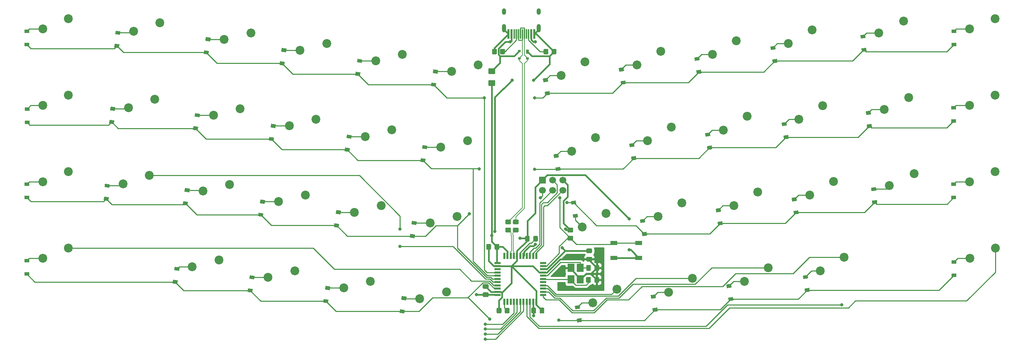
<source format=gbr>
G04 #@! TF.GenerationSoftware,KiCad,Pcbnew,5.1.9-73d0e3b20d~88~ubuntu20.04.1*
G04 #@! TF.CreationDate,2021-04-21T09:56:19-07:00*
G04 #@! TF.ProjectId,test1,74657374-312e-46b6-9963-61645f706362,rev?*
G04 #@! TF.SameCoordinates,Original*
G04 #@! TF.FileFunction,Copper,L2,Bot*
G04 #@! TF.FilePolarity,Positive*
%FSLAX46Y46*%
G04 Gerber Fmt 4.6, Leading zero omitted, Abs format (unit mm)*
G04 Created by KiCad (PCBNEW 5.1.9-73d0e3b20d~88~ubuntu20.04.1) date 2021-04-21 09:56:19*
%MOMM*%
%LPD*%
G01*
G04 APERTURE LIST*
G04 #@! TA.AperFunction,ComponentPad*
%ADD10C,2.200000*%
G04 #@! TD*
G04 #@! TA.AperFunction,SMDPad,CuDef*
%ADD11C,2.000000*%
G04 #@! TD*
G04 #@! TA.AperFunction,SMDPad,CuDef*
%ADD12R,0.600000X2.450000*%
G04 #@! TD*
G04 #@! TA.AperFunction,SMDPad,CuDef*
%ADD13R,0.300000X2.450000*%
G04 #@! TD*
G04 #@! TA.AperFunction,ComponentPad*
%ADD14O,1.000000X2.100000*%
G04 #@! TD*
G04 #@! TA.AperFunction,ComponentPad*
%ADD15O,1.000000X1.600000*%
G04 #@! TD*
G04 #@! TA.AperFunction,SMDPad,CuDef*
%ADD16R,1.500000X0.550000*%
G04 #@! TD*
G04 #@! TA.AperFunction,SMDPad,CuDef*
%ADD17R,0.550000X1.500000*%
G04 #@! TD*
G04 #@! TA.AperFunction,SMDPad,CuDef*
%ADD18R,0.700000X1.000000*%
G04 #@! TD*
G04 #@! TA.AperFunction,SMDPad,CuDef*
%ADD19R,0.700000X0.600000*%
G04 #@! TD*
G04 #@! TA.AperFunction,SMDPad,CuDef*
%ADD20R,1.800000X2.100000*%
G04 #@! TD*
G04 #@! TA.AperFunction,SMDPad,CuDef*
%ADD21R,1.800000X1.100000*%
G04 #@! TD*
G04 #@! TA.AperFunction,ComponentPad*
%ADD22R,1.700000X1.700000*%
G04 #@! TD*
G04 #@! TA.AperFunction,ComponentPad*
%ADD23C,1.700000*%
G04 #@! TD*
G04 #@! TA.AperFunction,SMDPad,CuDef*
%ADD24R,1.200000X0.900000*%
G04 #@! TD*
G04 #@! TA.AperFunction,ViaPad*
%ADD25C,0.800000*%
G04 #@! TD*
G04 #@! TA.AperFunction,Conductor*
%ADD26C,0.381000*%
G04 #@! TD*
G04 #@! TA.AperFunction,Conductor*
%ADD27C,0.254000*%
G04 #@! TD*
G04 #@! TA.AperFunction,Conductor*
%ADD28C,0.200000*%
G04 #@! TD*
G04 #@! TA.AperFunction,Conductor*
%ADD29C,2.000000*%
G04 #@! TD*
G04 APERTURE END LIST*
D10*
X222114225Y-97163056D03*
X228048928Y-93764026D03*
X65770730Y-96127667D03*
X72412432Y-94496135D03*
G04 #@! TA.AperFunction,SMDPad,CuDef*
D11*
G36*
X219077289Y-99049077D02*
G01*
X217888967Y-99216084D01*
X217763711Y-98324843D01*
X218952033Y-98157836D01*
X219077289Y-99049077D01*
G37*
G04 #@! TD.AperFunction*
G04 #@! TA.AperFunction,SMDPad,CuDef*
G36*
X219536561Y-102316961D02*
G01*
X218348239Y-102483968D01*
X218222983Y-101592727D01*
X219411305Y-101425720D01*
X219536561Y-102316961D01*
G37*
G04 #@! TD.AperFunction*
G04 #@! TA.AperFunction,SMDPad,CuDef*
G36*
X62483169Y-97193182D02*
G01*
X61294847Y-97026175D01*
X61420103Y-96134934D01*
X62608425Y-96301941D01*
X62483169Y-97193182D01*
G37*
G04 #@! TD.AperFunction*
G04 #@! TA.AperFunction,SMDPad,CuDef*
G36*
X62023897Y-100461066D02*
G01*
X60835575Y-100294059D01*
X60960831Y-99402818D01*
X62149153Y-99569825D01*
X62023897Y-100461066D01*
G37*
G04 #@! TD.AperFunction*
G04 #@! TA.AperFunction,SMDPad,CuDef*
G36*
G01*
X149769500Y-88703999D02*
X149769500Y-89604001D01*
G75*
G02*
X149519501Y-89854000I-249999J0D01*
G01*
X148869499Y-89854000D01*
G75*
G02*
X148619500Y-89604001I0J249999D01*
G01*
X148619500Y-88703999D01*
G75*
G02*
X148869499Y-88454000I249999J0D01*
G01*
X149519501Y-88454000D01*
G75*
G02*
X149769500Y-88703999I0J-249999D01*
G01*
G37*
G04 #@! TD.AperFunction*
G04 #@! TA.AperFunction,SMDPad,CuDef*
G36*
G01*
X151819500Y-88703999D02*
X151819500Y-89604001D01*
G75*
G02*
X151569501Y-89854000I-249999J0D01*
G01*
X150919499Y-89854000D01*
G75*
G02*
X150669500Y-89604001I0J249999D01*
G01*
X150669500Y-88703999D01*
G75*
G02*
X150919499Y-88454000I249999J0D01*
G01*
X151569501Y-88454000D01*
G75*
G02*
X151819500Y-88703999I0J-249999D01*
G01*
G37*
G04 #@! TD.AperFunction*
D10*
X157564528Y-48522273D03*
X163499231Y-45123243D03*
X28543250Y-94075250D03*
X34893250Y-91535250D03*
X28543250Y-36925250D03*
X34893250Y-34385250D03*
D12*
X150925000Y-38167000D03*
X144475000Y-38167000D03*
X150150000Y-38167000D03*
X145250000Y-38167000D03*
D13*
X145950000Y-38167000D03*
X149450000Y-38167000D03*
X146450000Y-38167000D03*
X148950000Y-38167000D03*
X146950000Y-38167000D03*
X148450000Y-38167000D03*
X147950000Y-38167000D03*
X147450000Y-38167000D03*
D14*
X143380000Y-36752000D03*
X152020000Y-36752000D03*
D15*
X143380000Y-32572000D03*
X152020000Y-32572000D03*
D10*
X51205742Y-37494803D03*
X57717455Y-35403944D03*
G04 #@! TA.AperFunction,SMDPad,CuDef*
G36*
G01*
X140139000Y-90711000D02*
X140139000Y-91661000D01*
G75*
G02*
X139889000Y-91911000I-250000J0D01*
G01*
X139214000Y-91911000D01*
G75*
G02*
X138964000Y-91661000I0J250000D01*
G01*
X138964000Y-90711000D01*
G75*
G02*
X139214000Y-90461000I250000J0D01*
G01*
X139889000Y-90461000D01*
G75*
G02*
X140139000Y-90711000I0J-250000D01*
G01*
G37*
G04 #@! TD.AperFunction*
G04 #@! TA.AperFunction,SMDPad,CuDef*
G36*
G01*
X142214000Y-90711000D02*
X142214000Y-91661000D01*
G75*
G02*
X141964000Y-91911000I-250000J0D01*
G01*
X141289000Y-91911000D01*
G75*
G02*
X141039000Y-91661000I0J250000D01*
G01*
X141039000Y-90711000D01*
G75*
G02*
X141289000Y-90461000I250000J0D01*
G01*
X141964000Y-90461000D01*
G75*
G02*
X142214000Y-90711000I0J-250000D01*
G01*
G37*
G04 #@! TD.AperFunction*
G04 #@! TA.AperFunction,SMDPad,CuDef*
G36*
G01*
X152236500Y-107536000D02*
X152236500Y-106586000D01*
G75*
G02*
X152486500Y-106336000I250000J0D01*
G01*
X153161500Y-106336000D01*
G75*
G02*
X153411500Y-106586000I0J-250000D01*
G01*
X153411500Y-107536000D01*
G75*
G02*
X153161500Y-107786000I-250000J0D01*
G01*
X152486500Y-107786000D01*
G75*
G02*
X152236500Y-107536000I0J250000D01*
G01*
G37*
G04 #@! TD.AperFunction*
G04 #@! TA.AperFunction,SMDPad,CuDef*
G36*
G01*
X150161500Y-107536000D02*
X150161500Y-106586000D01*
G75*
G02*
X150411500Y-106336000I250000J0D01*
G01*
X151086500Y-106336000D01*
G75*
G02*
X151336500Y-106586000I0J-250000D01*
G01*
X151336500Y-107536000D01*
G75*
G02*
X151086500Y-107786000I-250000J0D01*
G01*
X150411500Y-107786000D01*
G75*
G02*
X150161500Y-107536000I0J250000D01*
G01*
G37*
G04 #@! TD.AperFunction*
D16*
X141732000Y-95187000D03*
X141732000Y-95987000D03*
X141732000Y-96787000D03*
X141732000Y-97587000D03*
X141732000Y-98387000D03*
X141732000Y-99187000D03*
X141732000Y-99987000D03*
X141732000Y-100787000D03*
X141732000Y-101587000D03*
X141732000Y-102387000D03*
X141732000Y-103187000D03*
D17*
X143432000Y-104887000D03*
X144232000Y-104887000D03*
X145032000Y-104887000D03*
X145832000Y-104887000D03*
X146632000Y-104887000D03*
X147432000Y-104887000D03*
X148232000Y-104887000D03*
X149032000Y-104887000D03*
X149832000Y-104887000D03*
X150632000Y-104887000D03*
X151432000Y-104887000D03*
D16*
X153132000Y-103187000D03*
X153132000Y-102387000D03*
X153132000Y-101587000D03*
X153132000Y-100787000D03*
X153132000Y-99987000D03*
X153132000Y-99187000D03*
X153132000Y-98387000D03*
X153132000Y-97587000D03*
X153132000Y-96787000D03*
X153132000Y-95987000D03*
X153132000Y-95187000D03*
D17*
X151432000Y-93487000D03*
X150632000Y-93487000D03*
X149832000Y-93487000D03*
X149032000Y-93487000D03*
X148232000Y-93487000D03*
X147432000Y-93487000D03*
X146632000Y-93487000D03*
X145832000Y-93487000D03*
X145032000Y-93487000D03*
X144232000Y-93487000D03*
X143432000Y-93487000D03*
G04 #@! TA.AperFunction,SMDPad,CuDef*
G36*
G01*
X143545000Y-107511001D02*
X143545000Y-106610999D01*
G75*
G02*
X143794999Y-106361000I249999J0D01*
G01*
X144495001Y-106361000D01*
G75*
G02*
X144745000Y-106610999I0J-249999D01*
G01*
X144745000Y-107511001D01*
G75*
G02*
X144495001Y-107761000I-249999J0D01*
G01*
X143794999Y-107761000D01*
G75*
G02*
X143545000Y-107511001I0J249999D01*
G01*
G37*
G04 #@! TD.AperFunction*
G04 #@! TA.AperFunction,SMDPad,CuDef*
G36*
G01*
X141545000Y-107511001D02*
X141545000Y-106610999D01*
G75*
G02*
X141794999Y-106361000I249999J0D01*
G01*
X142495001Y-106361000D01*
G75*
G02*
X142745000Y-106610999I0J-249999D01*
G01*
X142745000Y-107511001D01*
G75*
G02*
X142495001Y-107761000I-249999J0D01*
G01*
X141794999Y-107761000D01*
G75*
G02*
X141545000Y-107511001I0J249999D01*
G01*
G37*
G04 #@! TD.AperFunction*
D10*
X28543250Y-55975250D03*
X34893250Y-53435250D03*
D18*
X149209000Y-42557000D03*
D19*
X147209000Y-42357000D03*
X149209000Y-44257000D03*
X147209000Y-44257000D03*
D20*
X162383500Y-99324750D03*
X162383500Y-96424750D03*
X160083500Y-96424750D03*
X160083500Y-99324750D03*
D21*
X176899500Y-90225000D03*
X170699500Y-90225000D03*
X176899500Y-93925000D03*
X170699500Y-93925000D03*
G04 #@! TA.AperFunction,SMDPad,CuDef*
G36*
G01*
X141602000Y-42094999D02*
X141602000Y-42995001D01*
G75*
G02*
X141352001Y-43245000I-249999J0D01*
G01*
X140651999Y-43245000D01*
G75*
G02*
X140402000Y-42995001I0J249999D01*
G01*
X140402000Y-42094999D01*
G75*
G02*
X140651999Y-41845000I249999J0D01*
G01*
X141352001Y-41845000D01*
G75*
G02*
X141602000Y-42094999I0J-249999D01*
G01*
G37*
G04 #@! TD.AperFunction*
G04 #@! TA.AperFunction,SMDPad,CuDef*
G36*
G01*
X143602000Y-42094999D02*
X143602000Y-42995001D01*
G75*
G02*
X143352001Y-43245000I-249999J0D01*
G01*
X142651999Y-43245000D01*
G75*
G02*
X142402000Y-42995001I0J249999D01*
G01*
X142402000Y-42094999D01*
G75*
G02*
X142651999Y-41845000I249999J0D01*
G01*
X143352001Y-41845000D01*
G75*
G02*
X143602000Y-42094999I0J-249999D01*
G01*
G37*
G04 #@! TD.AperFunction*
G04 #@! TA.AperFunction,SMDPad,CuDef*
G36*
G01*
X155213000Y-42995001D02*
X155213000Y-42094999D01*
G75*
G02*
X155462999Y-41845000I249999J0D01*
G01*
X156163001Y-41845000D01*
G75*
G02*
X156413000Y-42094999I0J-249999D01*
G01*
X156413000Y-42995001D01*
G75*
G02*
X156163001Y-43245000I-249999J0D01*
G01*
X155462999Y-43245000D01*
G75*
G02*
X155213000Y-42995001I0J249999D01*
G01*
G37*
G04 #@! TD.AperFunction*
G04 #@! TA.AperFunction,SMDPad,CuDef*
G36*
G01*
X153213000Y-42995001D02*
X153213000Y-42094999D01*
G75*
G02*
X153462999Y-41845000I249999J0D01*
G01*
X154163001Y-41845000D01*
G75*
G02*
X154413000Y-42094999I0J-249999D01*
G01*
X154413000Y-42995001D01*
G75*
G02*
X154163001Y-43245000I-249999J0D01*
G01*
X153462999Y-43245000D01*
G75*
G02*
X153213000Y-42995001I0J249999D01*
G01*
G37*
G04 #@! TD.AperFunction*
G04 #@! TA.AperFunction,SMDPad,CuDef*
G36*
G01*
X146754001Y-85594750D02*
X145853999Y-85594750D01*
G75*
G02*
X145604000Y-85344751I0J249999D01*
G01*
X145604000Y-84644749D01*
G75*
G02*
X145853999Y-84394750I249999J0D01*
G01*
X146754001Y-84394750D01*
G75*
G02*
X147004000Y-84644749I0J-249999D01*
G01*
X147004000Y-85344751D01*
G75*
G02*
X146754001Y-85594750I-249999J0D01*
G01*
G37*
G04 #@! TD.AperFunction*
G04 #@! TA.AperFunction,SMDPad,CuDef*
G36*
G01*
X146754001Y-87594750D02*
X145853999Y-87594750D01*
G75*
G02*
X145604000Y-87344751I0J249999D01*
G01*
X145604000Y-86644749D01*
G75*
G02*
X145853999Y-86394750I249999J0D01*
G01*
X146754001Y-86394750D01*
G75*
G02*
X147004000Y-86644749I0J-249999D01*
G01*
X147004000Y-87344751D01*
G75*
G02*
X146754001Y-87594750I-249999J0D01*
G01*
G37*
G04 #@! TD.AperFunction*
G04 #@! TA.AperFunction,SMDPad,CuDef*
G36*
G01*
X144849001Y-85594750D02*
X143948999Y-85594750D01*
G75*
G02*
X143699000Y-85344751I0J249999D01*
G01*
X143699000Y-84644749D01*
G75*
G02*
X143948999Y-84394750I249999J0D01*
G01*
X144849001Y-84394750D01*
G75*
G02*
X145099000Y-84644749I0J-249999D01*
G01*
X145099000Y-85344751D01*
G75*
G02*
X144849001Y-85594750I-249999J0D01*
G01*
G37*
G04 #@! TD.AperFunction*
G04 #@! TA.AperFunction,SMDPad,CuDef*
G36*
G01*
X144849001Y-87594750D02*
X143948999Y-87594750D01*
G75*
G02*
X143699000Y-87344751I0J249999D01*
G01*
X143699000Y-86644749D01*
G75*
G02*
X143948999Y-86394750I249999J0D01*
G01*
X144849001Y-86394750D01*
G75*
G02*
X145099000Y-86644749I0J-249999D01*
G01*
X145099000Y-87344751D01*
G75*
G02*
X144849001Y-87594750I-249999J0D01*
G01*
G37*
G04 #@! TD.AperFunction*
G04 #@! TA.AperFunction,SMDPad,CuDef*
G36*
G01*
X160343001Y-87611000D02*
X159442999Y-87611000D01*
G75*
G02*
X159193000Y-87361001I0J249999D01*
G01*
X159193000Y-86660999D01*
G75*
G02*
X159442999Y-86411000I249999J0D01*
G01*
X160343001Y-86411000D01*
G75*
G02*
X160593000Y-86660999I0J-249999D01*
G01*
X160593000Y-87361001D01*
G75*
G02*
X160343001Y-87611000I-249999J0D01*
G01*
G37*
G04 #@! TD.AperFunction*
G04 #@! TA.AperFunction,SMDPad,CuDef*
G36*
G01*
X160343001Y-89611000D02*
X159442999Y-89611000D01*
G75*
G02*
X159193000Y-89361001I0J249999D01*
G01*
X159193000Y-88660999D01*
G75*
G02*
X159442999Y-88411000I249999J0D01*
G01*
X160343001Y-88411000D01*
G75*
G02*
X160593000Y-88660999I0J-249999D01*
G01*
X160593000Y-89361001D01*
G75*
G02*
X160343001Y-89611000I-249999J0D01*
G01*
G37*
G04 #@! TD.AperFunction*
D10*
X259334000Y-94075250D03*
X265684000Y-91535250D03*
X203247483Y-99813598D03*
X209182186Y-96414568D03*
X184382878Y-102464845D03*
X190317581Y-99065815D03*
X165518271Y-105116093D03*
X171452974Y-101717063D03*
X122390298Y-104088782D03*
X129032000Y-102457250D03*
X103501195Y-101430269D03*
X110142897Y-99798737D03*
X84636589Y-98779021D03*
X91278291Y-97147489D03*
X259302250Y-75025250D03*
X265652250Y-72485250D03*
X239340897Y-75948535D03*
X245498247Y-72971769D03*
X219460842Y-78297743D03*
X225395545Y-74898713D03*
X200609485Y-80953440D03*
X206544188Y-77554410D03*
X181731630Y-83600238D03*
X187666333Y-80201208D03*
X162867023Y-86251486D03*
X168801726Y-82852456D03*
X125017050Y-85216909D03*
X131658752Y-83585377D03*
X106152443Y-82565662D03*
X112794145Y-80934130D03*
X87287836Y-79914414D03*
X93929538Y-78282882D03*
X68423230Y-77263167D03*
X75064932Y-75631635D03*
X48548021Y-75501993D03*
X55059734Y-73411134D03*
X28543250Y-75025250D03*
X34893250Y-72485250D03*
X259302250Y-55975250D03*
X265652250Y-53435250D03*
X238012036Y-56944940D03*
X244169386Y-53968174D03*
X216809596Y-59433137D03*
X222744299Y-56034107D03*
X197957367Y-62082644D03*
X203892070Y-58683614D03*
X179080382Y-64735631D03*
X185015085Y-61336601D03*
X160215777Y-67386879D03*
X166150480Y-63987849D03*
X127668297Y-66352303D03*
X134309999Y-64720771D03*
X108803691Y-63701055D03*
X115445393Y-62069523D03*
X89939084Y-61049808D03*
X96580786Y-59418276D03*
X71074477Y-58398560D03*
X77716179Y-56767028D03*
X49876881Y-56498398D03*
X56388594Y-54407539D03*
X259302250Y-36925250D03*
X265652250Y-34385250D03*
X236683175Y-37941345D03*
X242840525Y-34964579D03*
X214158349Y-40568530D03*
X220093052Y-37169500D03*
X195306990Y-43224227D03*
X201241693Y-39825197D03*
X176442383Y-45875474D03*
X182377086Y-42476444D03*
X130319545Y-47487696D03*
X136961247Y-45856164D03*
X111454938Y-44836448D03*
X118096640Y-43204916D03*
X92590331Y-42185201D03*
X99232033Y-40553669D03*
X73725725Y-39533953D03*
X80367427Y-37902421D03*
D22*
X152908000Y-74549000D03*
D23*
X152908000Y-77089000D03*
X155448000Y-74549000D03*
X155448000Y-77089000D03*
X157988000Y-74549000D03*
X157988000Y-77089000D03*
G04 #@! TA.AperFunction,SMDPad,CuDef*
G36*
G01*
X140960000Y-48120000D02*
X139710000Y-48120000D01*
G75*
G02*
X139460000Y-47870000I0J250000D01*
G01*
X139460000Y-46945000D01*
G75*
G02*
X139710000Y-46695000I250000J0D01*
G01*
X140960000Y-46695000D01*
G75*
G02*
X141210000Y-46945000I0J-250000D01*
G01*
X141210000Y-47870000D01*
G75*
G02*
X140960000Y-48120000I-250000J0D01*
G01*
G37*
G04 #@! TD.AperFunction*
G04 #@! TA.AperFunction,SMDPad,CuDef*
G36*
G01*
X140960000Y-51095000D02*
X139710000Y-51095000D01*
G75*
G02*
X139460000Y-50845000I0J250000D01*
G01*
X139460000Y-49920000D01*
G75*
G02*
X139710000Y-49670000I250000J0D01*
G01*
X140960000Y-49670000D01*
G75*
G02*
X141210000Y-49920000I0J-250000D01*
G01*
X141210000Y-50845000D01*
G75*
G02*
X140960000Y-51095000I-250000J0D01*
G01*
G37*
G04 #@! TD.AperFunction*
G04 #@! TA.AperFunction,SMDPad,CuDef*
G36*
G01*
X164117000Y-93668000D02*
X165067000Y-93668000D01*
G75*
G02*
X165317000Y-93918000I0J-250000D01*
G01*
X165317000Y-94593000D01*
G75*
G02*
X165067000Y-94843000I-250000J0D01*
G01*
X164117000Y-94843000D01*
G75*
G02*
X163867000Y-94593000I0J250000D01*
G01*
X163867000Y-93918000D01*
G75*
G02*
X164117000Y-93668000I250000J0D01*
G01*
G37*
G04 #@! TD.AperFunction*
G04 #@! TA.AperFunction,SMDPad,CuDef*
G36*
G01*
X164117000Y-91593000D02*
X165067000Y-91593000D01*
G75*
G02*
X165317000Y-91843000I0J-250000D01*
G01*
X165317000Y-92518000D01*
G75*
G02*
X165067000Y-92768000I-250000J0D01*
G01*
X164117000Y-92768000D01*
G75*
G02*
X163867000Y-92518000I0J250000D01*
G01*
X163867000Y-91843000D01*
G75*
G02*
X164117000Y-91593000I250000J0D01*
G01*
G37*
G04 #@! TD.AperFunction*
G04 #@! TA.AperFunction,SMDPad,CuDef*
G36*
G01*
X139286000Y-101636500D02*
X138336000Y-101636500D01*
G75*
G02*
X138086000Y-101386500I0J250000D01*
G01*
X138086000Y-100711500D01*
G75*
G02*
X138336000Y-100461500I250000J0D01*
G01*
X139286000Y-100461500D01*
G75*
G02*
X139536000Y-100711500I0J-250000D01*
G01*
X139536000Y-101386500D01*
G75*
G02*
X139286000Y-101636500I-250000J0D01*
G01*
G37*
G04 #@! TD.AperFunction*
G04 #@! TA.AperFunction,SMDPad,CuDef*
G36*
G01*
X139286000Y-103711500D02*
X138336000Y-103711500D01*
G75*
G02*
X138086000Y-103461500I0J250000D01*
G01*
X138086000Y-102786500D01*
G75*
G02*
X138336000Y-102536500I250000J0D01*
G01*
X139286000Y-102536500D01*
G75*
G02*
X139536000Y-102786500I0J-250000D01*
G01*
X139536000Y-103461500D01*
G75*
G02*
X139286000Y-103711500I-250000J0D01*
G01*
G37*
G04 #@! TD.AperFunction*
G04 #@! TA.AperFunction,SMDPad,CuDef*
G36*
G01*
X165909500Y-96899750D02*
X165909500Y-95949750D01*
G75*
G02*
X166159500Y-95699750I250000J0D01*
G01*
X166834500Y-95699750D01*
G75*
G02*
X167084500Y-95949750I0J-250000D01*
G01*
X167084500Y-96899750D01*
G75*
G02*
X166834500Y-97149750I-250000J0D01*
G01*
X166159500Y-97149750D01*
G75*
G02*
X165909500Y-96899750I0J250000D01*
G01*
G37*
G04 #@! TD.AperFunction*
G04 #@! TA.AperFunction,SMDPad,CuDef*
G36*
G01*
X163834500Y-96899750D02*
X163834500Y-95949750D01*
G75*
G02*
X164084500Y-95699750I250000J0D01*
G01*
X164759500Y-95699750D01*
G75*
G02*
X165009500Y-95949750I0J-250000D01*
G01*
X165009500Y-96899750D01*
G75*
G02*
X164759500Y-97149750I-250000J0D01*
G01*
X164084500Y-97149750D01*
G75*
G02*
X163834500Y-96899750I0J250000D01*
G01*
G37*
G04 #@! TD.AperFunction*
G04 #@! TA.AperFunction,SMDPad,CuDef*
G36*
G01*
X165889000Y-99884250D02*
X165889000Y-98934250D01*
G75*
G02*
X166139000Y-98684250I250000J0D01*
G01*
X166814000Y-98684250D01*
G75*
G02*
X167064000Y-98934250I0J-250000D01*
G01*
X167064000Y-99884250D01*
G75*
G02*
X166814000Y-100134250I-250000J0D01*
G01*
X166139000Y-100134250D01*
G75*
G02*
X165889000Y-99884250I0J250000D01*
G01*
G37*
G04 #@! TD.AperFunction*
G04 #@! TA.AperFunction,SMDPad,CuDef*
G36*
G01*
X163814000Y-99884250D02*
X163814000Y-98934250D01*
G75*
G02*
X164064000Y-98684250I250000J0D01*
G01*
X164739000Y-98684250D01*
G75*
G02*
X164989000Y-98934250I0J-250000D01*
G01*
X164989000Y-99884250D01*
G75*
G02*
X164739000Y-100134250I-250000J0D01*
G01*
X164064000Y-100134250D01*
G75*
G02*
X163814000Y-99884250I0J250000D01*
G01*
G37*
G04 #@! TD.AperFunction*
D24*
X255397000Y-94965250D03*
X255397000Y-98265250D03*
G04 #@! TA.AperFunction,SMDPad,CuDef*
D11*
G36*
X200053823Y-101294987D02*
G01*
X198865501Y-101461994D01*
X198740245Y-100570753D01*
X199928567Y-100403746D01*
X200053823Y-101294987D01*
G37*
G04 #@! TD.AperFunction*
G04 #@! TA.AperFunction,SMDPad,CuDef*
G36*
X200513095Y-104562871D02*
G01*
X199324773Y-104729878D01*
X199199517Y-103838637D01*
X200387839Y-103671630D01*
X200513095Y-104562871D01*
G37*
G04 #@! TD.AperFunction*
G04 #@! TA.AperFunction,SMDPad,CuDef*
G36*
X181189217Y-103946234D02*
G01*
X180000895Y-104113241D01*
X179875639Y-103222000D01*
X181063961Y-103054993D01*
X181189217Y-103946234D01*
G37*
G04 #@! TD.AperFunction*
G04 #@! TA.AperFunction,SMDPad,CuDef*
G36*
X181648489Y-107214118D02*
G01*
X180460167Y-107381125D01*
X180334911Y-106489884D01*
X181523233Y-106322877D01*
X181648489Y-107214118D01*
G37*
G04 #@! TD.AperFunction*
G04 #@! TA.AperFunction,SMDPad,CuDef*
G36*
X162324610Y-106597482D02*
G01*
X161136288Y-106764489D01*
X161011032Y-105873248D01*
X162199354Y-105706241D01*
X162324610Y-106597482D01*
G37*
G04 #@! TD.AperFunction*
G04 #@! TA.AperFunction,SMDPad,CuDef*
G36*
X162783882Y-109865366D02*
G01*
X161595560Y-110032373D01*
X161470304Y-109141132D01*
X162658626Y-108974125D01*
X162783882Y-109865366D01*
G37*
G04 #@! TD.AperFunction*
G04 #@! TA.AperFunction,SMDPad,CuDef*
G36*
X118998169Y-104527432D02*
G01*
X117809847Y-104360425D01*
X117935103Y-103469184D01*
X119123425Y-103636191D01*
X118998169Y-104527432D01*
G37*
G04 #@! TD.AperFunction*
G04 #@! TA.AperFunction,SMDPad,CuDef*
G36*
X118538897Y-107795316D02*
G01*
X117350575Y-107628309D01*
X117475831Y-106737068D01*
X118664153Y-106904075D01*
X118538897Y-107795316D01*
G37*
G04 #@! TD.AperFunction*
G04 #@! TA.AperFunction,SMDPad,CuDef*
G36*
X100022926Y-101973978D02*
G01*
X98834604Y-101806971D01*
X98959860Y-100915730D01*
X100148182Y-101082737D01*
X100022926Y-101973978D01*
G37*
G04 #@! TD.AperFunction*
G04 #@! TA.AperFunction,SMDPad,CuDef*
G36*
X99563654Y-105241862D02*
G01*
X98375332Y-105074855D01*
X98500588Y-104183614D01*
X99688910Y-104350621D01*
X99563654Y-105241862D01*
G37*
G04 #@! TD.AperFunction*
G04 #@! TA.AperFunction,SMDPad,CuDef*
G36*
X81158319Y-99322730D02*
G01*
X79969997Y-99155723D01*
X80095253Y-98264482D01*
X81283575Y-98431489D01*
X81158319Y-99322730D01*
G37*
G04 #@! TD.AperFunction*
G04 #@! TA.AperFunction,SMDPad,CuDef*
G36*
X80699047Y-102590614D02*
G01*
X79510725Y-102423607D01*
X79635981Y-101532366D01*
X80824303Y-101699373D01*
X80699047Y-102590614D01*
G37*
G04 #@! TD.AperFunction*
D24*
X24574500Y-94647750D03*
X24574500Y-97947750D03*
X255333500Y-75597750D03*
X255333500Y-78897750D03*
G04 #@! TA.AperFunction,SMDPad,CuDef*
D11*
G36*
X236051679Y-77203536D02*
G01*
X234854602Y-77287244D01*
X234791821Y-76389436D01*
X235988898Y-76305728D01*
X236051679Y-77203536D01*
G37*
G04 #@! TD.AperFunction*
G04 #@! TA.AperFunction,SMDPad,CuDef*
G36*
X236281875Y-80495498D02*
G01*
X235084798Y-80579206D01*
X235022017Y-79681398D01*
X236219094Y-79597690D01*
X236281875Y-80495498D01*
G37*
G04 #@! TD.AperFunction*
G04 #@! TA.AperFunction,SMDPad,CuDef*
G36*
X216315767Y-79705757D02*
G01*
X215127445Y-79872764D01*
X215002189Y-78981523D01*
X216190511Y-78814516D01*
X216315767Y-79705757D01*
G37*
G04 #@! TD.AperFunction*
G04 #@! TA.AperFunction,SMDPad,CuDef*
G36*
X216775039Y-82973641D02*
G01*
X215586717Y-83140648D01*
X215461461Y-82249407D01*
X216649783Y-82082400D01*
X216775039Y-82973641D01*
G37*
G04 #@! TD.AperFunction*
G04 #@! TA.AperFunction,SMDPad,CuDef*
G36*
X197402577Y-82430380D02*
G01*
X196214255Y-82597387D01*
X196088999Y-81706146D01*
X197277321Y-81539139D01*
X197402577Y-82430380D01*
G37*
G04 #@! TD.AperFunction*
G04 #@! TA.AperFunction,SMDPad,CuDef*
G36*
X197861849Y-85698264D02*
G01*
X196673527Y-85865271D01*
X196548271Y-84974030D01*
X197736593Y-84807023D01*
X197861849Y-85698264D01*
G37*
G04 #@! TD.AperFunction*
G04 #@! TA.AperFunction,SMDPad,CuDef*
G36*
X178537969Y-85081627D02*
G01*
X177349647Y-85248634D01*
X177224391Y-84357393D01*
X178412713Y-84190386D01*
X178537969Y-85081627D01*
G37*
G04 #@! TD.AperFunction*
G04 #@! TA.AperFunction,SMDPad,CuDef*
G36*
X178997241Y-88349511D02*
G01*
X177808919Y-88516518D01*
X177683663Y-87625277D01*
X178871985Y-87458270D01*
X178997241Y-88349511D01*
G37*
G04 #@! TD.AperFunction*
G04 #@! TA.AperFunction,SMDPad,CuDef*
G36*
X160506211Y-83076883D02*
G01*
X161694533Y-82909876D01*
X161819789Y-83801117D01*
X160631467Y-83968124D01*
X160506211Y-83076883D01*
G37*
G04 #@! TD.AperFunction*
G04 #@! TA.AperFunction,SMDPad,CuDef*
G36*
X160046939Y-79808999D02*
G01*
X161235261Y-79641992D01*
X161360517Y-80533233D01*
X160172195Y-80700240D01*
X160046939Y-79808999D01*
G37*
G04 #@! TD.AperFunction*
G04 #@! TA.AperFunction,SMDPad,CuDef*
G36*
X121538780Y-85760619D02*
G01*
X120350458Y-85593612D01*
X120475714Y-84702371D01*
X121664036Y-84869378D01*
X121538780Y-85760619D01*
G37*
G04 #@! TD.AperFunction*
G04 #@! TA.AperFunction,SMDPad,CuDef*
G36*
X121079508Y-89028503D02*
G01*
X119891186Y-88861496D01*
X120016442Y-87970255D01*
X121204764Y-88137262D01*
X121079508Y-89028503D01*
G37*
G04 #@! TD.AperFunction*
G04 #@! TA.AperFunction,SMDPad,CuDef*
G36*
X102674174Y-83109371D02*
G01*
X101485852Y-82942364D01*
X101611108Y-82051123D01*
X102799430Y-82218130D01*
X102674174Y-83109371D01*
G37*
G04 #@! TD.AperFunction*
G04 #@! TA.AperFunction,SMDPad,CuDef*
G36*
X102214902Y-86377255D02*
G01*
X101026580Y-86210248D01*
X101151836Y-85319007D01*
X102340158Y-85486014D01*
X102214902Y-86377255D01*
G37*
G04 #@! TD.AperFunction*
G04 #@! TA.AperFunction,SMDPad,CuDef*
G36*
X83809567Y-80458124D02*
G01*
X82621245Y-80291117D01*
X82746501Y-79399876D01*
X83934823Y-79566883D01*
X83809567Y-80458124D01*
G37*
G04 #@! TD.AperFunction*
G04 #@! TA.AperFunction,SMDPad,CuDef*
G36*
X83350295Y-83726008D02*
G01*
X82161973Y-83559001D01*
X82287229Y-82667760D01*
X83475551Y-82834767D01*
X83350295Y-83726008D01*
G37*
G04 #@! TD.AperFunction*
G04 #@! TA.AperFunction,SMDPad,CuDef*
G36*
X65023169Y-77603432D02*
G01*
X63834847Y-77436425D01*
X63960103Y-76545184D01*
X65148425Y-76712191D01*
X65023169Y-77603432D01*
G37*
G04 #@! TD.AperFunction*
G04 #@! TA.AperFunction,SMDPad,CuDef*
G36*
X64563897Y-80871316D02*
G01*
X63375575Y-80704309D01*
X63500831Y-79813068D01*
X64689153Y-79980075D01*
X64563897Y-80871316D01*
G37*
G04 #@! TD.AperFunction*
G04 #@! TA.AperFunction,SMDPad,CuDef*
G36*
X45144148Y-76436758D02*
G01*
X43947071Y-76353050D01*
X44009852Y-75455242D01*
X45206929Y-75538950D01*
X45144148Y-76436758D01*
G37*
G04 #@! TD.AperFunction*
G04 #@! TA.AperFunction,SMDPad,CuDef*
G36*
X44913952Y-79728720D02*
G01*
X43716875Y-79645012D01*
X43779656Y-78747204D01*
X44976733Y-78830912D01*
X44913952Y-79728720D01*
G37*
G04 #@! TD.AperFunction*
D24*
X24574500Y-75597750D03*
X24574500Y-78897750D03*
X255333500Y-56547750D03*
X255333500Y-59847750D03*
G04 #@! TA.AperFunction,SMDPad,CuDef*
D11*
G36*
X234722818Y-58199941D02*
G01*
X233525741Y-58283649D01*
X233462960Y-57385841D01*
X234660037Y-57302133D01*
X234722818Y-58199941D01*
G37*
G04 #@! TD.AperFunction*
G04 #@! TA.AperFunction,SMDPad,CuDef*
G36*
X234953014Y-61491903D02*
G01*
X233755937Y-61575611D01*
X233693156Y-60677803D01*
X234890233Y-60594095D01*
X234953014Y-61491903D01*
G37*
G04 #@! TD.AperFunction*
G04 #@! TA.AperFunction,SMDPad,CuDef*
G36*
X213791518Y-60968150D02*
G01*
X212603196Y-61135157D01*
X212477940Y-60243916D01*
X213666262Y-60076909D01*
X213791518Y-60968150D01*
G37*
G04 #@! TD.AperFunction*
G04 #@! TA.AperFunction,SMDPad,CuDef*
G36*
X214250790Y-64236034D02*
G01*
X213062468Y-64403041D01*
X212937212Y-63511800D01*
X214125534Y-63344793D01*
X214250790Y-64236034D01*
G37*
G04 #@! TD.AperFunction*
G04 #@! TA.AperFunction,SMDPad,CuDef*
G36*
X194751329Y-63565773D02*
G01*
X193563007Y-63732780D01*
X193437751Y-62841539D01*
X194626073Y-62674532D01*
X194751329Y-63565773D01*
G37*
G04 #@! TD.AperFunction*
G04 #@! TA.AperFunction,SMDPad,CuDef*
G36*
X195210601Y-66833657D02*
G01*
X194022279Y-67000664D01*
X193897023Y-66109423D01*
X195085345Y-65942416D01*
X195210601Y-66833657D01*
G37*
G04 #@! TD.AperFunction*
G04 #@! TA.AperFunction,SMDPad,CuDef*
G36*
X175886723Y-66217021D02*
G01*
X174698401Y-66384028D01*
X174573145Y-65492787D01*
X175761467Y-65325780D01*
X175886723Y-66217021D01*
G37*
G04 #@! TD.AperFunction*
G04 #@! TA.AperFunction,SMDPad,CuDef*
G36*
X176345995Y-69484905D02*
G01*
X175157673Y-69651912D01*
X175032417Y-68760671D01*
X176220739Y-68593664D01*
X176345995Y-69484905D01*
G37*
G04 #@! TD.AperFunction*
G04 #@! TA.AperFunction,SMDPad,CuDef*
G36*
X157022115Y-68868268D02*
G01*
X155833793Y-69035275D01*
X155708537Y-68144034D01*
X156896859Y-67977027D01*
X157022115Y-68868268D01*
G37*
G04 #@! TD.AperFunction*
G04 #@! TA.AperFunction,SMDPad,CuDef*
G36*
X157481387Y-72136152D02*
G01*
X156293065Y-72303159D01*
X156167809Y-71411918D01*
X157356131Y-71244911D01*
X157481387Y-72136152D01*
G37*
G04 #@! TD.AperFunction*
G04 #@! TA.AperFunction,SMDPad,CuDef*
G36*
X124190028Y-66896012D02*
G01*
X123001706Y-66729005D01*
X123126962Y-65837764D01*
X124315284Y-66004771D01*
X124190028Y-66896012D01*
G37*
G04 #@! TD.AperFunction*
G04 #@! TA.AperFunction,SMDPad,CuDef*
G36*
X123730756Y-70163896D02*
G01*
X122542434Y-69996889D01*
X122667690Y-69105648D01*
X123856012Y-69272655D01*
X123730756Y-70163896D01*
G37*
G04 #@! TD.AperFunction*
G04 #@! TA.AperFunction,SMDPad,CuDef*
G36*
X105325421Y-64244764D02*
G01*
X104137099Y-64077757D01*
X104262355Y-63186516D01*
X105450677Y-63353523D01*
X105325421Y-64244764D01*
G37*
G04 #@! TD.AperFunction*
G04 #@! TA.AperFunction,SMDPad,CuDef*
G36*
X104866149Y-67512648D02*
G01*
X103677827Y-67345641D01*
X103803083Y-66454400D01*
X104991405Y-66621407D01*
X104866149Y-67512648D01*
G37*
G04 #@! TD.AperFunction*
G04 #@! TA.AperFunction,SMDPad,CuDef*
G36*
X86460814Y-61593517D02*
G01*
X85272492Y-61426510D01*
X85397748Y-60535269D01*
X86586070Y-60702276D01*
X86460814Y-61593517D01*
G37*
G04 #@! TD.AperFunction*
G04 #@! TA.AperFunction,SMDPad,CuDef*
G36*
X86001542Y-64861401D02*
G01*
X84813220Y-64694394D01*
X84938476Y-63803153D01*
X86126798Y-63970160D01*
X86001542Y-64861401D01*
G37*
G04 #@! TD.AperFunction*
G04 #@! TA.AperFunction,SMDPad,CuDef*
G36*
X67563169Y-58934432D02*
G01*
X66374847Y-58767425D01*
X66500103Y-57876184D01*
X67688425Y-58043191D01*
X67563169Y-58934432D01*
G37*
G04 #@! TD.AperFunction*
G04 #@! TA.AperFunction,SMDPad,CuDef*
G36*
X67103897Y-62202316D02*
G01*
X65915575Y-62035309D01*
X66040831Y-61144068D01*
X67229153Y-61311075D01*
X67103897Y-62202316D01*
G37*
G04 #@! TD.AperFunction*
G04 #@! TA.AperFunction,SMDPad,CuDef*
G36*
X46517344Y-57269796D02*
G01*
X45320267Y-57186088D01*
X45383048Y-56288280D01*
X46580125Y-56371988D01*
X46517344Y-57269796D01*
G37*
G04 #@! TD.AperFunction*
G04 #@! TA.AperFunction,SMDPad,CuDef*
G36*
X46287148Y-60561758D02*
G01*
X45090071Y-60478050D01*
X45152852Y-59580242D01*
X46349929Y-59663950D01*
X46287148Y-60561758D01*
G37*
G04 #@! TD.AperFunction*
D24*
X24638000Y-56897000D03*
X24638000Y-60197000D03*
X255365250Y-37496750D03*
X255365250Y-40796750D03*
G04 #@! TA.AperFunction,SMDPad,CuDef*
D11*
G36*
X233393957Y-39196346D02*
G01*
X232196880Y-39280054D01*
X232134099Y-38382246D01*
X233331176Y-38298538D01*
X233393957Y-39196346D01*
G37*
G04 #@! TD.AperFunction*
G04 #@! TA.AperFunction,SMDPad,CuDef*
G36*
X233624153Y-42488308D02*
G01*
X232427076Y-42572016D01*
X232364295Y-41674208D01*
X233561372Y-41590500D01*
X233624153Y-42488308D01*
G37*
G04 #@! TD.AperFunction*
G04 #@! TA.AperFunction,SMDPad,CuDef*
G36*
X211013271Y-41976543D02*
G01*
X209824949Y-42143550D01*
X209699693Y-41252309D01*
X210888015Y-41085302D01*
X211013271Y-41976543D01*
G37*
G04 #@! TD.AperFunction*
G04 #@! TA.AperFunction,SMDPad,CuDef*
G36*
X211472543Y-45244427D02*
G01*
X210284221Y-45411434D01*
X210158965Y-44520193D01*
X211347287Y-44353186D01*
X211472543Y-45244427D01*
G37*
G04 #@! TD.AperFunction*
G04 #@! TA.AperFunction,SMDPad,CuDef*
G36*
X192100082Y-44701166D02*
G01*
X190911760Y-44868173D01*
X190786504Y-43976932D01*
X191974826Y-43809925D01*
X192100082Y-44701166D01*
G37*
G04 #@! TD.AperFunction*
G04 #@! TA.AperFunction,SMDPad,CuDef*
G36*
X192559354Y-47969050D02*
G01*
X191371032Y-48136057D01*
X191245776Y-47244816D01*
X192434098Y-47077809D01*
X192559354Y-47969050D01*
G37*
G04 #@! TD.AperFunction*
G04 #@! TA.AperFunction,SMDPad,CuDef*
G36*
X173248722Y-47356864D02*
G01*
X172060400Y-47523871D01*
X171935144Y-46632630D01*
X173123466Y-46465623D01*
X173248722Y-47356864D01*
G37*
G04 #@! TD.AperFunction*
G04 #@! TA.AperFunction,SMDPad,CuDef*
G36*
X173707994Y-50624748D02*
G01*
X172519672Y-50791755D01*
X172394416Y-49900514D01*
X173582738Y-49733507D01*
X173707994Y-50624748D01*
G37*
G04 #@! TD.AperFunction*
G04 #@! TA.AperFunction,SMDPad,CuDef*
G36*
X154384116Y-50008111D02*
G01*
X153195794Y-50175118D01*
X153070538Y-49283877D01*
X154258860Y-49116870D01*
X154384116Y-50008111D01*
G37*
G04 #@! TD.AperFunction*
G04 #@! TA.AperFunction,SMDPad,CuDef*
G36*
X154843388Y-53275995D02*
G01*
X153655066Y-53443002D01*
X153529810Y-52551761D01*
X154718132Y-52384754D01*
X154843388Y-53275995D01*
G37*
G04 #@! TD.AperFunction*
G04 #@! TA.AperFunction,SMDPad,CuDef*
G36*
X126841275Y-48031405D02*
G01*
X125652953Y-47864398D01*
X125778209Y-46973157D01*
X126966531Y-47140164D01*
X126841275Y-48031405D01*
G37*
G04 #@! TD.AperFunction*
G04 #@! TA.AperFunction,SMDPad,CuDef*
G36*
X126382003Y-51299289D02*
G01*
X125193681Y-51132282D01*
X125318937Y-50241041D01*
X126507259Y-50408048D01*
X126382003Y-51299289D01*
G37*
G04 #@! TD.AperFunction*
G04 #@! TA.AperFunction,SMDPad,CuDef*
G36*
X107976669Y-45380158D02*
G01*
X106788347Y-45213151D01*
X106913603Y-44321910D01*
X108101925Y-44488917D01*
X107976669Y-45380158D01*
G37*
G04 #@! TD.AperFunction*
G04 #@! TA.AperFunction,SMDPad,CuDef*
G36*
X107517397Y-48648042D02*
G01*
X106329075Y-48481035D01*
X106454331Y-47589794D01*
X107642653Y-47756801D01*
X107517397Y-48648042D01*
G37*
G04 #@! TD.AperFunction*
G04 #@! TA.AperFunction,SMDPad,CuDef*
G36*
X89112062Y-42728910D02*
G01*
X87923740Y-42561903D01*
X88048996Y-41670662D01*
X89237318Y-41837669D01*
X89112062Y-42728910D01*
G37*
G04 #@! TD.AperFunction*
G04 #@! TA.AperFunction,SMDPad,CuDef*
G36*
X88652790Y-45996794D02*
G01*
X87464468Y-45829787D01*
X87589724Y-44938546D01*
X88778046Y-45105553D01*
X88652790Y-45996794D01*
G37*
G04 #@! TD.AperFunction*
G04 #@! TA.AperFunction,SMDPad,CuDef*
G36*
X70230169Y-40011432D02*
G01*
X69041847Y-39844425D01*
X69167103Y-38953184D01*
X70355425Y-39120191D01*
X70230169Y-40011432D01*
G37*
G04 #@! TD.AperFunction*
G04 #@! TA.AperFunction,SMDPad,CuDef*
G36*
X69770897Y-43279316D02*
G01*
X68582575Y-43112309D01*
X68707831Y-42221068D01*
X69896153Y-42388075D01*
X69770897Y-43279316D01*
G37*
G04 #@! TD.AperFunction*
G04 #@! TA.AperFunction,SMDPad,CuDef*
G36*
X47799246Y-38341777D02*
G01*
X46602169Y-38258069D01*
X46664950Y-37360261D01*
X47862027Y-37443969D01*
X47799246Y-38341777D01*
G37*
G04 #@! TD.AperFunction*
G04 #@! TA.AperFunction,SMDPad,CuDef*
G36*
X47569050Y-41633739D02*
G01*
X46371973Y-41550031D01*
X46434754Y-40652223D01*
X47631831Y-40735931D01*
X47569050Y-41633739D01*
G37*
G04 #@! TD.AperFunction*
D24*
X24574500Y-37497750D03*
X24574500Y-40797750D03*
D25*
X140335000Y-88392000D03*
X151130000Y-90551000D03*
X150749000Y-108331000D03*
X136525000Y-103124000D03*
X157861000Y-91440000D03*
X158700567Y-86790433D03*
X144921433Y-40146433D03*
X151195492Y-40139505D03*
X138430000Y-54102000D03*
X151003000Y-54102000D03*
X137160000Y-71755000D03*
X151003000Y-71882000D03*
X134747000Y-82931000D03*
X159004000Y-80137000D03*
X139827000Y-109220000D03*
X156972000Y-109474000D03*
X117475000Y-86741000D03*
X117475000Y-91059000D03*
X138684000Y-114173000D03*
X138684000Y-112903000D03*
X138684000Y-111633000D03*
X138684000Y-110490000D03*
X227457000Y-105664000D03*
X157734000Y-97536000D03*
X167894000Y-96393000D03*
X167894000Y-99441000D03*
X150749000Y-49657000D03*
X145415000Y-49657000D03*
X141125500Y-87376000D03*
X147320000Y-89027000D03*
X174498000Y-84201000D03*
X174498000Y-91948000D03*
X152400000Y-78994000D03*
X157226000Y-78994000D03*
D26*
X154038230Y-96787000D02*
X158644730Y-92180500D01*
X153132000Y-96787000D02*
X154038230Y-96787000D01*
X140335000Y-50382500D02*
X140335000Y-88392000D01*
X141626500Y-95081500D02*
X141732000Y-95187000D01*
X141626500Y-91186000D02*
X141626500Y-95081500D01*
X143062000Y-91186000D02*
X141626500Y-91186000D01*
X144232000Y-92356000D02*
X143062000Y-91186000D01*
X144232000Y-93487000D02*
X144232000Y-92356000D01*
X140335000Y-88392000D02*
X140335000Y-88392000D01*
X148366499Y-93352501D02*
X148232000Y-93487000D01*
X148366499Y-92424599D02*
X148366499Y-93352501D01*
X149840099Y-90950999D02*
X148366499Y-92424599D01*
X150730001Y-90950999D02*
X149840099Y-90950999D01*
X151130000Y-90551000D02*
X150730001Y-90950999D01*
X141669000Y-103124000D02*
X141732000Y-103187000D01*
X138811000Y-103124000D02*
X141669000Y-103124000D01*
X150749000Y-108331000D02*
X150749000Y-107061000D01*
X150632000Y-106944000D02*
X150749000Y-107061000D01*
X150632000Y-104887000D02*
X150632000Y-106944000D01*
X136525000Y-103124000D02*
X138811000Y-103124000D01*
X158213499Y-79757559D02*
X158213499Y-85331499D01*
X159228501Y-78742557D02*
X158213499Y-79757559D01*
X159228501Y-75789501D02*
X159228501Y-78742557D01*
X158213499Y-85331499D02*
X159893000Y-87011000D01*
X157988000Y-74549000D02*
X159228501Y-75789501D01*
X158601500Y-92180500D02*
X158644730Y-92180500D01*
X157861000Y-91440000D02*
X158601500Y-92180500D01*
X158921134Y-87011000D02*
X158700567Y-86790433D01*
X159893000Y-87011000D02*
X158921134Y-87011000D01*
X158644730Y-92180500D02*
X164592000Y-92180500D01*
X140335000Y-89894500D02*
X141626500Y-91186000D01*
X140335000Y-88392000D02*
X140335000Y-89894500D01*
X145250000Y-39817866D02*
X144921433Y-40146433D01*
X145250000Y-38167000D02*
X145250000Y-39817866D01*
X150675373Y-40139505D02*
X151195492Y-40139505D01*
X150150000Y-39614132D02*
X150675373Y-40139505D01*
X150150000Y-38167000D02*
X150150000Y-39614132D01*
X142386690Y-43635510D02*
X145930490Y-43635510D01*
X142011490Y-43260310D02*
X142386690Y-43635510D01*
X142011490Y-41829690D02*
X142011490Y-43260310D01*
X143694747Y-40146433D02*
X142011490Y-41829690D01*
X145930490Y-43635510D02*
X147209000Y-42357000D01*
X144921433Y-40146433D02*
X143694747Y-40146433D01*
X142386690Y-45355810D02*
X140335000Y-47407500D01*
X142386690Y-43635510D02*
X142386690Y-45355810D01*
D27*
X25147000Y-36925250D02*
X24574500Y-37497750D01*
X28543250Y-36925250D02*
X25147000Y-36925250D01*
X50849526Y-37851019D02*
X51205742Y-37494803D01*
X47232098Y-37851019D02*
X50849526Y-37851019D01*
X73674080Y-39482308D02*
X73725725Y-39533953D01*
X69698636Y-39482308D02*
X73674080Y-39482308D01*
X88595114Y-42185201D02*
X88580529Y-42199786D01*
X92590331Y-42185201D02*
X88595114Y-42185201D01*
X46352632Y-41792251D02*
X47001902Y-41142981D01*
X25569001Y-41792251D02*
X46352632Y-41792251D01*
X24574500Y-40797750D02*
X25569001Y-41792251D01*
X48609113Y-42750192D02*
X69239364Y-42750192D01*
X47001902Y-41142981D02*
X48609113Y-42750192D01*
X71956842Y-45467670D02*
X88121257Y-45467670D01*
X69239364Y-42750192D02*
X71956842Y-45467670D01*
X90772505Y-48118918D02*
X106985864Y-48118918D01*
X88121257Y-45467670D02*
X90772505Y-48118918D01*
X109637111Y-50770165D02*
X125850470Y-50770165D01*
X106985864Y-48118918D02*
X109637111Y-50770165D01*
X170399958Y-52913878D02*
X173051205Y-50262631D01*
X154186599Y-52913878D02*
X170399958Y-52913878D01*
X189246867Y-50262631D02*
X191902565Y-47606933D01*
X173051205Y-50262631D02*
X189246867Y-50262631D01*
X208091131Y-47606933D02*
X210815754Y-44882310D01*
X191902565Y-47606933D02*
X208091131Y-47606933D01*
X253625613Y-42536387D02*
X255365250Y-40796750D01*
X233449353Y-42536387D02*
X253625613Y-42536387D01*
X232994224Y-42081258D02*
X233449353Y-42536387D01*
X230193172Y-44882310D02*
X210815754Y-44882310D01*
X232994224Y-42081258D02*
X230193172Y-44882310D01*
X141732000Y-97587000D02*
X139575990Y-97587000D01*
X129182305Y-54102000D02*
X138430000Y-54102000D01*
X125850470Y-50770165D02*
X129182305Y-54102000D01*
X152998477Y-54102000D02*
X154186599Y-52913878D01*
X151003000Y-54102000D02*
X152998477Y-54102000D01*
X139127953Y-97587000D02*
X139575990Y-97587000D01*
X138430000Y-96889047D02*
X139127953Y-97587000D01*
X138430000Y-54102000D02*
X138430000Y-96889047D01*
X44948749Y-60842251D02*
X45720000Y-60071000D01*
X25283251Y-60842251D02*
X44948749Y-60842251D01*
X24638000Y-60197000D02*
X25283251Y-60842251D01*
X47322192Y-61673192D02*
X66572364Y-61673192D01*
X45720000Y-60071000D02*
X47322192Y-61673192D01*
X69231449Y-64332277D02*
X85470009Y-64332277D01*
X66572364Y-61673192D02*
X69231449Y-64332277D01*
X88121256Y-66983524D02*
X104334616Y-66983524D01*
X85470009Y-64332277D02*
X88121256Y-66983524D01*
X106985864Y-69634772D02*
X123199223Y-69634772D01*
X104334616Y-66983524D02*
X106985864Y-69634772D01*
X234778214Y-61539982D02*
X234323085Y-61084853D01*
X253641268Y-61539982D02*
X234778214Y-61539982D01*
X255333500Y-59847750D02*
X253641268Y-61539982D01*
X231534021Y-63873917D02*
X213594001Y-63873917D01*
X234323085Y-61084853D02*
X231534021Y-63873917D01*
X210996378Y-66471540D02*
X194553812Y-66471540D01*
X213594001Y-63873917D02*
X210996378Y-66471540D01*
X191902564Y-69122788D02*
X175689206Y-69122788D01*
X194553812Y-66471540D02*
X191902564Y-69122788D01*
X173037959Y-71774035D02*
X175689206Y-69122788D01*
X156824598Y-71774035D02*
X173037959Y-71774035D01*
X137129834Y-71724834D02*
X137160000Y-71755000D01*
X123199223Y-69634772D02*
X125289285Y-71724834D01*
X156716633Y-71882000D02*
X156824598Y-71774035D01*
X151003000Y-71882000D02*
X156716633Y-71882000D01*
X125289285Y-71724834D02*
X135666166Y-71724834D01*
X135666166Y-71724834D02*
X137129834Y-71724834D01*
X135666166Y-94767272D02*
X135666166Y-71724834D01*
X139217344Y-98318450D02*
X135666166Y-94767272D01*
X140345785Y-98387000D02*
X140277236Y-98318451D01*
X140277236Y-98318451D02*
X139217344Y-98318450D01*
X141732000Y-98387000D02*
X140345785Y-98387000D01*
X43692515Y-79892251D02*
X44346804Y-79237962D01*
X25569001Y-79892251D02*
X43692515Y-79892251D01*
X24574500Y-78897750D02*
X25569001Y-79892251D01*
X63745977Y-80628579D02*
X64032364Y-80342192D01*
X45737421Y-80628579D02*
X63745977Y-80628579D01*
X44346804Y-79237962D02*
X45737421Y-80628579D01*
X66887056Y-83196884D02*
X82818762Y-83196884D01*
X64032364Y-80342192D02*
X66887056Y-83196884D01*
X85470009Y-85848131D02*
X101683369Y-85848131D01*
X82818762Y-83196884D02*
X85470009Y-85848131D01*
X104334617Y-88499379D02*
X120547975Y-88499379D01*
X101683369Y-85848131D02*
X104334617Y-88499379D01*
X236107075Y-80543577D02*
X235651946Y-80088448D01*
X253687673Y-80543577D02*
X236107075Y-80543577D01*
X255333500Y-78897750D02*
X253687673Y-80543577D01*
X233128870Y-82611524D02*
X216118250Y-82611524D01*
X235651946Y-80088448D02*
X233128870Y-82611524D01*
X213393627Y-85336147D02*
X197205060Y-85336147D01*
X216118250Y-82611524D02*
X213393627Y-85336147D01*
X178415576Y-87912270D02*
X178340452Y-87987394D01*
X194628937Y-87912270D02*
X178415576Y-87912270D01*
X197205060Y-85336147D02*
X194628937Y-87912270D01*
X176262574Y-85909516D02*
X166442128Y-85909516D01*
X166442128Y-85909516D02*
X160703728Y-80171116D01*
X178340452Y-87987394D02*
X176262574Y-85909516D01*
X123846542Y-88499379D02*
X120547975Y-88499379D01*
X126410483Y-85935438D02*
X123846542Y-88499379D01*
X131742562Y-85935438D02*
X126410483Y-85935438D01*
X134747000Y-82931000D02*
X131742562Y-85935438D01*
X140503716Y-99187000D02*
X141732000Y-99187000D01*
X139029287Y-98772461D02*
X140089179Y-98772461D01*
X140089179Y-98772461D02*
X140503716Y-99187000D01*
X131742562Y-91485735D02*
X139029287Y-98772461D01*
X131742562Y-85935438D02*
X131742562Y-91485735D01*
X160669612Y-80137000D02*
X160703728Y-80171116D01*
X159004000Y-80137000D02*
X160669612Y-80137000D01*
X178340452Y-109503249D02*
X180991700Y-106852001D01*
X162127093Y-109503249D02*
X178340452Y-109503249D01*
X197205059Y-106852001D02*
X199856306Y-104200754D01*
X180991700Y-106852001D02*
X197205059Y-106852001D01*
X82818762Y-104712738D02*
X99032121Y-104712738D01*
X80167514Y-102061490D02*
X82818762Y-104712738D01*
X101585575Y-107266192D02*
X118007364Y-107266192D01*
X99032121Y-104712738D02*
X101585575Y-107266192D01*
X140977518Y-101587000D02*
X139525008Y-100134490D01*
X141732000Y-101587000D02*
X140977518Y-101587000D01*
X138096992Y-100134490D02*
X139525008Y-100134490D01*
X134347231Y-103884251D02*
X138096992Y-100134490D01*
X122233878Y-107266192D02*
X125615819Y-103884251D01*
X125615819Y-103884251D02*
X134347231Y-103884251D01*
X118007364Y-107266192D02*
X122233878Y-107266192D01*
X134491251Y-103884251D02*
X134347231Y-103884251D01*
X139827000Y-109220000D02*
X134491251Y-103884251D01*
X216633862Y-104200754D02*
X218879772Y-101954844D01*
X199856306Y-104200754D02*
X216633862Y-104200754D01*
X251707406Y-101954844D02*
X255397000Y-98265250D01*
X218879772Y-101954844D02*
X251707406Y-101954844D01*
X26558692Y-99931942D02*
X61492364Y-99931942D01*
X24574500Y-97947750D02*
X26558692Y-99931942D01*
X63621912Y-102061490D02*
X80167514Y-102061490D01*
X61492364Y-99931942D02*
X63621912Y-102061490D01*
X162127093Y-109503249D02*
X157001249Y-109503249D01*
X157001249Y-109503249D02*
X156972000Y-109474000D01*
X107459722Y-44836448D02*
X107445136Y-44851034D01*
X111454938Y-44836448D02*
X107459722Y-44836448D01*
X126324327Y-47487696D02*
X126309742Y-47502281D01*
X130319545Y-47487696D02*
X126324327Y-47487696D01*
X154851048Y-48522273D02*
X153727327Y-49645994D01*
X157564528Y-48522273D02*
X154851048Y-48522273D01*
X173711206Y-45875474D02*
X172591933Y-46994747D01*
X176442383Y-45875474D02*
X173711206Y-45875474D01*
X192558115Y-43224227D02*
X191443293Y-44339049D01*
X195306990Y-43224227D02*
X192558115Y-43224227D01*
X211402378Y-40568530D02*
X210356482Y-41614426D01*
X214158349Y-40568530D02*
X211402378Y-40568530D01*
X233611979Y-37941345D02*
X232764028Y-38789296D01*
X236683175Y-37941345D02*
X233611979Y-37941345D01*
X255936750Y-36925250D02*
X255365250Y-37496750D01*
X259302250Y-36925250D02*
X255936750Y-36925250D01*
X25559750Y-55975250D02*
X24638000Y-56897000D01*
X28543250Y-55975250D02*
X25559750Y-55975250D01*
X49596241Y-56779038D02*
X49876881Y-56498398D01*
X45950196Y-56779038D02*
X49596241Y-56779038D01*
X71067729Y-58405308D02*
X71074477Y-58398560D01*
X67031636Y-58405308D02*
X71067729Y-58405308D01*
X85943866Y-61049808D02*
X85929281Y-61064393D01*
X89939084Y-61049808D02*
X85943866Y-61049808D01*
X104808473Y-63701055D02*
X104793888Y-63715640D01*
X108803691Y-63701055D02*
X104808473Y-63701055D01*
X123673080Y-66352303D02*
X123658495Y-66366888D01*
X127668297Y-66352303D02*
X123673080Y-66352303D01*
X157484598Y-67386879D02*
X156365326Y-68506151D01*
X160215777Y-67386879D02*
X157484598Y-67386879D01*
X176349207Y-64735631D02*
X175229934Y-65854904D01*
X179080382Y-64735631D02*
X176349207Y-64735631D01*
X195215552Y-62082644D02*
X194094540Y-63203656D01*
X197957367Y-62082644D02*
X195215552Y-62082644D01*
X214307625Y-59433137D02*
X213134729Y-60606033D01*
X216809596Y-59433137D02*
X214307625Y-59433137D01*
X234940840Y-56944940D02*
X234092889Y-57792891D01*
X238012036Y-56944940D02*
X234940840Y-56944940D01*
X255906000Y-55975250D02*
X255333500Y-56547750D01*
X259302250Y-55975250D02*
X255906000Y-55975250D01*
X25147000Y-75025250D02*
X24574500Y-75597750D01*
X28543250Y-75025250D02*
X25147000Y-75025250D01*
X48104014Y-75946000D02*
X48548021Y-75501993D01*
X44577000Y-75946000D02*
X48104014Y-75946000D01*
X68234371Y-77074308D02*
X68423230Y-77263167D01*
X64491636Y-77074308D02*
X68234371Y-77074308D01*
X83292620Y-79914414D02*
X83278034Y-79929000D01*
X87287836Y-79914414D02*
X83292620Y-79914414D01*
X102157226Y-82565662D02*
X102142641Y-82580247D01*
X106152443Y-82565662D02*
X102157226Y-82565662D01*
X121021833Y-85216909D02*
X121007247Y-85231495D01*
X125017050Y-85216909D02*
X121021833Y-85216909D01*
X161163000Y-84547463D02*
X162867023Y-86251486D01*
X161163000Y-83439000D02*
X161163000Y-84547463D01*
X179000452Y-83600238D02*
X177881180Y-84719510D01*
X181731630Y-83600238D02*
X179000452Y-83600238D01*
X197860611Y-80953440D02*
X196745788Y-82068263D01*
X200609485Y-80953440D02*
X197860611Y-80953440D01*
X216704875Y-78297743D02*
X215658978Y-79343640D01*
X219460842Y-78297743D02*
X216704875Y-78297743D01*
X239340897Y-75948535D02*
X239340897Y-76145897D01*
X238690308Y-76796486D02*
X235421750Y-76796486D01*
X239340897Y-76145897D02*
X238690308Y-76796486D01*
X255906000Y-75025250D02*
X255333500Y-75597750D01*
X259302250Y-75025250D02*
X255906000Y-75025250D01*
X25147000Y-94075250D02*
X24574500Y-94647750D01*
X28543250Y-94075250D02*
X25147000Y-94075250D01*
X80641371Y-98779021D02*
X80626786Y-98793606D01*
X84636589Y-98779021D02*
X80641371Y-98779021D01*
X99505978Y-101430269D02*
X99491393Y-101444854D01*
X103501195Y-101430269D02*
X99505978Y-101430269D01*
X118557110Y-104088782D02*
X118466636Y-103998308D01*
X122390298Y-104088782D02*
X118557110Y-104088782D01*
X162787093Y-105116093D02*
X161667821Y-106235365D01*
X165518271Y-105116093D02*
X162787093Y-105116093D01*
X181651700Y-102464845D02*
X180532428Y-103584117D01*
X184382878Y-102464845D02*
X181651700Y-102464845D01*
X200516306Y-99813598D02*
X199397034Y-100932870D01*
X203247483Y-99813598D02*
X200516306Y-99813598D01*
X256287000Y-94075250D02*
X255397000Y-94965250D01*
X259334000Y-94075250D02*
X256287000Y-94075250D01*
D28*
X145832000Y-92361999D02*
X145657000Y-92186999D01*
X145832000Y-93487000D02*
X145832000Y-92361999D01*
X145657000Y-92186999D02*
X145657000Y-88315800D01*
X145576500Y-87722250D02*
X146304000Y-86994750D01*
X145576500Y-88235300D02*
X145576500Y-87722250D01*
X145657000Y-88315800D02*
X145576500Y-88235300D01*
X145032000Y-92361999D02*
X145207000Y-92186999D01*
X145032000Y-93487000D02*
X145032000Y-92361999D01*
X145207000Y-92186999D02*
X145207000Y-88502200D01*
X145126500Y-88421700D02*
X145126500Y-87722250D01*
X145207000Y-88502200D02*
X145126500Y-88421700D01*
X145126500Y-87722250D02*
X144399000Y-86994750D01*
D27*
X140819584Y-100787000D02*
X141732000Y-100787000D01*
X139713065Y-99680481D02*
X140819584Y-100787000D01*
X135240481Y-99680481D02*
X139713065Y-99680481D01*
X132334000Y-96774000D02*
X135240481Y-99680481D01*
X101092000Y-96774000D02*
X132334000Y-96774000D01*
X95853250Y-91535250D02*
X101092000Y-96774000D01*
X34893250Y-91535250D02*
X95853250Y-91535250D01*
X140661650Y-99987000D02*
X139901122Y-99226471D01*
X141732000Y-99987000D02*
X140661650Y-99987000D01*
X139901122Y-99226471D02*
X139192000Y-99226471D01*
X117475000Y-83503023D02*
X117475000Y-86741000D01*
X107383111Y-73411134D02*
X117475000Y-83503023D01*
X55059734Y-73411134D02*
X107383111Y-73411134D01*
X130673760Y-91059000D02*
X138841230Y-99226471D01*
X117475000Y-91059000D02*
X130673760Y-91059000D01*
X138841230Y-99226471D02*
X139065000Y-99226471D01*
X138684000Y-114173000D02*
X141245198Y-114173000D01*
X141245198Y-114173000D02*
X148232000Y-107186198D01*
X148232000Y-107186198D02*
X148232000Y-104887000D01*
X147432000Y-107344132D02*
X147432000Y-104887000D01*
X141873132Y-112903000D02*
X147432000Y-107344132D01*
X138684000Y-112903000D02*
X141873132Y-112903000D01*
X146632000Y-107502066D02*
X146632000Y-104887000D01*
X142501066Y-111633000D02*
X146632000Y-107502066D01*
X138684000Y-111633000D02*
X142501066Y-111633000D01*
X145832000Y-107660000D02*
X145832000Y-104887000D01*
X143002000Y-110490000D02*
X145832000Y-107660000D01*
X138684000Y-110490000D02*
X143002000Y-110490000D01*
X170173037Y-102997000D02*
X171452974Y-101717063D01*
X156346000Y-102997000D02*
X170173037Y-102997000D01*
X154136000Y-100787000D02*
X156346000Y-102997000D01*
X153132000Y-100787000D02*
X154136000Y-100787000D01*
X156157943Y-103451010D02*
X154293934Y-101587000D01*
X176216184Y-99065815D02*
X171830989Y-103451010D01*
X154293934Y-101587000D02*
X153132000Y-101587000D01*
X171830989Y-103451010D02*
X156157943Y-103451010D01*
X190317581Y-99065815D02*
X176216184Y-99065815D01*
X154451868Y-102387000D02*
X153132000Y-102387000D01*
X160473536Y-107091499D02*
X157287057Y-103905020D01*
X165654827Y-107091499D02*
X160473536Y-107091499D01*
X155969886Y-103905020D02*
X154451868Y-102387000D01*
X168841306Y-103905020D02*
X165654827Y-107091499D01*
X157287057Y-103905020D02*
X155969886Y-103905020D01*
X172019046Y-103905020D02*
X168841306Y-103905020D01*
X175431250Y-100492816D02*
X172019046Y-103905020D01*
X191002542Y-100492816D02*
X175431250Y-100492816D01*
X195080790Y-96414568D02*
X191002542Y-100492816D01*
X209182186Y-96414568D02*
X195080790Y-96414568D01*
X201006964Y-97841569D02*
X215340431Y-97841569D01*
X169029363Y-104359030D02*
X174405970Y-104359030D01*
X174405970Y-104359030D02*
X177727156Y-101037844D01*
X165842884Y-107545509D02*
X169029363Y-104359030D01*
X160285479Y-107545509D02*
X165842884Y-107545509D01*
X197810689Y-101037844D02*
X201006964Y-97841569D01*
X177727156Y-101037844D02*
X197810689Y-101037844D01*
X157099000Y-104359030D02*
X160285479Y-107545509D01*
X153775030Y-104359030D02*
X157099000Y-104359030D01*
X153132000Y-103716000D02*
X153775030Y-104359030D01*
X153132000Y-103187000D02*
X153132000Y-103716000D01*
X228048928Y-93764026D02*
X228048928Y-93809928D01*
X219372072Y-93809928D02*
X215340431Y-97841569D01*
X228048928Y-93809928D02*
X219372072Y-93809928D01*
X149832000Y-108684000D02*
X149832000Y-104887000D01*
X152146000Y-110998000D02*
X149832000Y-108684000D01*
X193701126Y-110998000D02*
X152146000Y-110998000D01*
X199035126Y-105664000D02*
X193701126Y-110998000D01*
X227457000Y-105664000D02*
X199035126Y-105664000D01*
X265684000Y-97519212D02*
X265684000Y-91535250D01*
X230879236Y-104654764D02*
X258548448Y-104654764D01*
X229108000Y-106426000D02*
X230879236Y-104654764D01*
X199517000Y-106426000D02*
X229108000Y-106426000D01*
X194437000Y-111506000D02*
X199517000Y-106426000D01*
X152011934Y-111506000D02*
X194437000Y-111506000D01*
X258548448Y-104654764D02*
X265684000Y-97519212D01*
X149032000Y-108526066D02*
X152011934Y-111506000D01*
X149032000Y-104887000D02*
X149032000Y-108526066D01*
D26*
X160083500Y-96777652D02*
X160083500Y-96424750D01*
X162383500Y-99077652D02*
X160083500Y-96777652D01*
X162383500Y-99324750D02*
X162383500Y-99077652D01*
X166497000Y-96424750D02*
X165004750Y-97917000D01*
X165004750Y-97937500D02*
X166476500Y-99409250D01*
X165004750Y-97917000D02*
X165004750Y-97937500D01*
X163791250Y-97917000D02*
X162383500Y-99324750D01*
X165004750Y-97917000D02*
X163791250Y-97917000D01*
X143380000Y-37072000D02*
X144475000Y-38167000D01*
X143380000Y-36752000D02*
X143380000Y-37072000D01*
X152020000Y-37072000D02*
X150925000Y-38167000D01*
X152020000Y-36752000D02*
X152020000Y-37072000D01*
X141002000Y-41640000D02*
X141002000Y-42545000D01*
X144475000Y-38167000D02*
X141002000Y-41640000D01*
X151435000Y-38167000D02*
X150925000Y-38167000D01*
X155813000Y-42545000D02*
X151435000Y-38167000D01*
X150287510Y-43635510D02*
X149209000Y-42557000D01*
X154722490Y-43635510D02*
X150287510Y-43635510D01*
X155813000Y-42545000D02*
X154722490Y-43635510D01*
X140804098Y-95987000D02*
X141732000Y-95987000D01*
X139551500Y-94734402D02*
X140804098Y-95987000D01*
X139551500Y-91186000D02*
X139551500Y-94734402D01*
X140149000Y-102387000D02*
X141732000Y-102387000D01*
X138811000Y-101049000D02*
X140149000Y-102387000D01*
X151432000Y-105669000D02*
X152824000Y-107061000D01*
X151432000Y-104887000D02*
X151432000Y-105669000D01*
X142659902Y-102387000D02*
X141732000Y-102387000D01*
X142872501Y-102599599D02*
X142659902Y-102387000D01*
X142872501Y-103774401D02*
X142872501Y-102599599D01*
X142145000Y-104501902D02*
X142872501Y-103774401D01*
X142145000Y-107061000D02*
X142145000Y-104501902D01*
X152204098Y-97587000D02*
X153132000Y-97587000D01*
X150604098Y-95987000D02*
X152204098Y-97587000D01*
X146632000Y-94618000D02*
X145263000Y-95987000D01*
X146632000Y-93487000D02*
X146632000Y-94618000D01*
X145263000Y-95987000D02*
X150604098Y-95987000D01*
X141732000Y-95987000D02*
X145263000Y-95987000D01*
X145263000Y-100209100D02*
X142872501Y-102599599D01*
X145263000Y-95987000D02*
X145263000Y-100209100D01*
X151432000Y-102156000D02*
X145263000Y-95987000D01*
X151432000Y-104887000D02*
X151432000Y-102156000D01*
X154722490Y-45683510D02*
X150749000Y-49657000D01*
X154722490Y-43635510D02*
X154722490Y-45683510D01*
X141125500Y-53946500D02*
X141125500Y-87376000D01*
X145415000Y-49657000D02*
X141125500Y-53946500D01*
X149055000Y-89027000D02*
X149182000Y-89154000D01*
X147320000Y-89027000D02*
X149055000Y-89027000D01*
X149182000Y-89154000D02*
X149182000Y-84752000D01*
X149182000Y-84752000D02*
X151130000Y-82804000D01*
X151130000Y-76327000D02*
X152908000Y-74549000D01*
X151130000Y-82804000D02*
X151130000Y-76327000D01*
X170699500Y-93925000D02*
X176899500Y-93925000D01*
X163605499Y-73308499D02*
X174498000Y-84201000D01*
X154148501Y-73308499D02*
X163605499Y-73308499D01*
X152908000Y-74549000D02*
X154148501Y-73308499D01*
X174922500Y-91948000D02*
X176899500Y-93925000D01*
X174498000Y-91948000D02*
X174922500Y-91948000D01*
X164592000Y-94519750D02*
X166497000Y-96424750D01*
X164592000Y-94255500D02*
X164592000Y-94519750D01*
X154059902Y-97587000D02*
X153132000Y-97587000D01*
X157391402Y-94255500D02*
X154059902Y-97587000D01*
X164592000Y-94255500D02*
X157391402Y-94255500D01*
X146632000Y-92170000D02*
X146632000Y-93487000D01*
X149182000Y-89620000D02*
X146632000Y-92170000D01*
X149182000Y-89154000D02*
X149182000Y-89620000D01*
D27*
X147432000Y-92598000D02*
X147432000Y-93487000D01*
X149823990Y-90206010D02*
X147432000Y-92598000D01*
X150204990Y-90206010D02*
X149823990Y-90206010D01*
X151257000Y-89154000D02*
X150204990Y-90206010D01*
X153269750Y-99324750D02*
X153132000Y-99187000D01*
X160083500Y-99324750D02*
X153269750Y-99324750D01*
X163833999Y-100701751D02*
X161280751Y-100701751D01*
X164401500Y-100134250D02*
X163833999Y-100701751D01*
X164401500Y-99409250D02*
X164401500Y-100134250D01*
X160083500Y-99504500D02*
X160083500Y-99324750D01*
X161280751Y-100701751D02*
X160083500Y-99504500D01*
X154136000Y-98387000D02*
X153132000Y-98387000D01*
X157475251Y-95047749D02*
X154136000Y-98387000D01*
X162310499Y-95047749D02*
X157475251Y-95047749D01*
X162383500Y-95120750D02*
X162310499Y-95047749D01*
X162383500Y-96424750D02*
X162383500Y-95120750D01*
X164422000Y-96424750D02*
X162383500Y-96424750D01*
X170699500Y-90225000D02*
X176899500Y-90225000D01*
X152908000Y-78486000D02*
X152400000Y-78994000D01*
X152908000Y-77089000D02*
X152908000Y-78486000D01*
X157226000Y-86344000D02*
X159893000Y-89011000D01*
X157226000Y-78994000D02*
X157226000Y-86344000D01*
X159193000Y-89011000D02*
X159893000Y-89011000D01*
X157133999Y-91070001D02*
X159193000Y-89011000D01*
X157133999Y-92798603D02*
X157133999Y-91070001D01*
X153945602Y-95987000D02*
X157133999Y-92798603D01*
X153132000Y-95987000D02*
X153945602Y-95987000D01*
X170360982Y-90563518D02*
X170699500Y-90225000D01*
X161445518Y-90563518D02*
X170360982Y-90563518D01*
X159893000Y-89011000D02*
X161445518Y-90563518D01*
X150632000Y-92767029D02*
X150632000Y-93487000D01*
X152727010Y-90672019D02*
X150632000Y-92767029D01*
X152727010Y-80571990D02*
X152727010Y-90672019D01*
X153162000Y-80137000D02*
X152727010Y-80571990D01*
X154178000Y-80137000D02*
X153162000Y-80137000D01*
X156625001Y-77689999D02*
X154178000Y-80137000D01*
X156625001Y-75726001D02*
X156625001Y-77689999D01*
X155448000Y-74549000D02*
X156625001Y-75726001D01*
X151288453Y-91468509D02*
X152273000Y-90483962D01*
X150846491Y-91468509D02*
X151288453Y-91468509D01*
X149832000Y-92483000D02*
X150846491Y-91468509D01*
X149832000Y-93487000D02*
X149832000Y-92483000D01*
X152273000Y-80264000D02*
X152273000Y-88138000D01*
X152273000Y-88138000D02*
X152273000Y-88011000D01*
X152273000Y-90483962D02*
X152273000Y-88138000D01*
X155448000Y-77089000D02*
X152273000Y-80264000D01*
X151432000Y-92609095D02*
X151432000Y-93487000D01*
X153181020Y-81260980D02*
X153181020Y-90860076D01*
X153539467Y-80902533D02*
X153181020Y-81260980D01*
X154174467Y-80902533D02*
X153539467Y-80902533D01*
X153181020Y-90860076D02*
X151432000Y-92609095D01*
X157988000Y-77089000D02*
X154174467Y-80902533D01*
X147450000Y-38167000D02*
X147472999Y-38167000D01*
X148450000Y-36703398D02*
X148450000Y-38167000D01*
X148361601Y-36614999D02*
X148450000Y-36703398D01*
X147538399Y-36614999D02*
X148361601Y-36614999D01*
X147450000Y-36703398D02*
X147538399Y-36614999D01*
X147450000Y-38167000D02*
X147450000Y-36703398D01*
D28*
X148450000Y-40004501D02*
X148425000Y-40029501D01*
X148450000Y-38167000D02*
X148450000Y-40004501D01*
X148425000Y-40029501D02*
X148425000Y-43077800D01*
X148434000Y-43086800D02*
X148425000Y-43077800D01*
X148434000Y-43432000D02*
X148434000Y-43086800D01*
X149209000Y-44207000D02*
X148434000Y-43432000D01*
X149209000Y-44257000D02*
X149209000Y-44207000D01*
X149209000Y-44782001D02*
X149209000Y-44257000D01*
X148434000Y-45557001D02*
X149209000Y-44782001D01*
X148434000Y-81596147D02*
X148434000Y-45557001D01*
X146304000Y-83726147D02*
X148434000Y-81596147D01*
X146304000Y-84994750D02*
X146304000Y-83726147D01*
D27*
X147950000Y-39630602D02*
X147950000Y-38167000D01*
X147861601Y-39719001D02*
X147950000Y-39630602D01*
X147038399Y-39719001D02*
X147861601Y-39719001D01*
X146950000Y-39630602D02*
X147038399Y-39719001D01*
X146950000Y-38167000D02*
X146950000Y-39630602D01*
D28*
X147950000Y-38167000D02*
X147950000Y-40004501D01*
X147950000Y-40004501D02*
X147975000Y-40029501D01*
X147975000Y-40029501D02*
X147975000Y-43264200D01*
X147984000Y-43273200D02*
X147975000Y-43264200D01*
X147209000Y-44257000D02*
X147209000Y-44207000D01*
X147984000Y-43432000D02*
X147984000Y-43273200D01*
X147209000Y-44207000D02*
X147984000Y-43432000D01*
X147209000Y-44782001D02*
X147209000Y-44257000D01*
X147984000Y-45557001D02*
X147209000Y-44782001D01*
X147984000Y-81409750D02*
X147984000Y-45557001D01*
X144399000Y-84994750D02*
X147984000Y-81409750D01*
D27*
X149450000Y-39646000D02*
X149450000Y-38167000D01*
X152349000Y-42545000D02*
X149450000Y-39646000D01*
X153813000Y-42545000D02*
X152349000Y-42545000D01*
X146450000Y-39697000D02*
X146450000Y-38167000D01*
X143602000Y-42545000D02*
X146450000Y-39697000D01*
X143002000Y-42545000D02*
X143602000Y-42545000D01*
X143432000Y-106348000D02*
X143432000Y-104887000D01*
X144145000Y-107061000D02*
X143432000Y-106348000D01*
X62488027Y-96127667D02*
X61951636Y-96664058D01*
X65770730Y-96127667D02*
X62488027Y-96127667D01*
X219944404Y-97163056D02*
X218420500Y-98686960D01*
X222114225Y-97163056D02*
X219944404Y-97163056D01*
X168148000Y-101981000D02*
X156718000Y-101981000D01*
X156718000Y-100086750D01*
X158545428Y-100086750D01*
X158545428Y-100374750D01*
X158557688Y-100499232D01*
X158593998Y-100618930D01*
X158652963Y-100729244D01*
X158732315Y-100825935D01*
X158829006Y-100905287D01*
X158939320Y-100964252D01*
X159059018Y-101000562D01*
X159183500Y-101012822D01*
X160514192Y-101012822D01*
X160715467Y-101214097D01*
X160739329Y-101243173D01*
X160801243Y-101293984D01*
X160855358Y-101338396D01*
X160926115Y-101376216D01*
X160987736Y-101409153D01*
X161131373Y-101452725D01*
X161243325Y-101463751D01*
X161243328Y-101463751D01*
X161280751Y-101467437D01*
X161318174Y-101463751D01*
X163796576Y-101463751D01*
X163833999Y-101467437D01*
X163871422Y-101463751D01*
X163871425Y-101463751D01*
X163983377Y-101452725D01*
X164127014Y-101409153D01*
X164259391Y-101338396D01*
X164375421Y-101243173D01*
X164399283Y-101214097D01*
X164852208Y-100761172D01*
X164912254Y-100755258D01*
X165078850Y-100704722D01*
X165232386Y-100622655D01*
X165366962Y-100512212D01*
X165372342Y-100505656D01*
X165437815Y-100585435D01*
X165534506Y-100664787D01*
X165644820Y-100723752D01*
X165764518Y-100760062D01*
X165889000Y-100772322D01*
X166190750Y-100769250D01*
X166349500Y-100610500D01*
X166349500Y-99536250D01*
X166603500Y-99536250D01*
X166603500Y-100610500D01*
X166762250Y-100769250D01*
X167064000Y-100772322D01*
X167188482Y-100760062D01*
X167308180Y-100723752D01*
X167418494Y-100664787D01*
X167515185Y-100585435D01*
X167594537Y-100488744D01*
X167653502Y-100378430D01*
X167689812Y-100258732D01*
X167702072Y-100134250D01*
X167699000Y-99695000D01*
X167540250Y-99536250D01*
X166603500Y-99536250D01*
X166349500Y-99536250D01*
X166329500Y-99536250D01*
X166329500Y-99282250D01*
X166349500Y-99282250D01*
X166349500Y-98208000D01*
X166603500Y-98208000D01*
X166603500Y-99282250D01*
X167540250Y-99282250D01*
X167699000Y-99123500D01*
X167702072Y-98684250D01*
X167689812Y-98559768D01*
X167653502Y-98440070D01*
X167594537Y-98329756D01*
X167515185Y-98233065D01*
X167418494Y-98153713D01*
X167308180Y-98094748D01*
X167188482Y-98058438D01*
X167064000Y-98046178D01*
X166762250Y-98049250D01*
X166603500Y-98208000D01*
X166349500Y-98208000D01*
X166190750Y-98049250D01*
X165889000Y-98046178D01*
X165764518Y-98058438D01*
X165644820Y-98094748D01*
X165534506Y-98153713D01*
X165437815Y-98233065D01*
X165372342Y-98312844D01*
X165366962Y-98306288D01*
X165232386Y-98195845D01*
X165078850Y-98113778D01*
X164912254Y-98063242D01*
X164739000Y-98046178D01*
X164064000Y-98046178D01*
X163890746Y-98063242D01*
X163883573Y-98065418D01*
X163873002Y-98030570D01*
X163814037Y-97920256D01*
X163776691Y-97874750D01*
X163814037Y-97829244D01*
X163854500Y-97753544D01*
X163911246Y-97770758D01*
X164084500Y-97787822D01*
X164759500Y-97787822D01*
X164932754Y-97770758D01*
X165099350Y-97720222D01*
X165252886Y-97638155D01*
X165387462Y-97527712D01*
X165392842Y-97521156D01*
X165458315Y-97600935D01*
X165555006Y-97680287D01*
X165665320Y-97739252D01*
X165785018Y-97775562D01*
X165909500Y-97787822D01*
X166211250Y-97784750D01*
X166370000Y-97626000D01*
X166370000Y-96551750D01*
X166624000Y-96551750D01*
X166624000Y-97626000D01*
X166782750Y-97784750D01*
X167084500Y-97787822D01*
X167208982Y-97775562D01*
X167328680Y-97739252D01*
X167438994Y-97680287D01*
X167535685Y-97600935D01*
X167615037Y-97504244D01*
X167674002Y-97393930D01*
X167710312Y-97274232D01*
X167722572Y-97149750D01*
X167719500Y-96710500D01*
X167560750Y-96551750D01*
X166624000Y-96551750D01*
X166370000Y-96551750D01*
X166350000Y-96551750D01*
X166350000Y-96297750D01*
X166370000Y-96297750D01*
X166370000Y-95223500D01*
X166624000Y-95223500D01*
X166624000Y-96297750D01*
X167560750Y-96297750D01*
X167719500Y-96139000D01*
X167722572Y-95699750D01*
X167710312Y-95575268D01*
X167674002Y-95455570D01*
X167615037Y-95345256D01*
X167535685Y-95248565D01*
X167438994Y-95169213D01*
X167328680Y-95110248D01*
X167208982Y-95073938D01*
X167084500Y-95061678D01*
X166782750Y-95064750D01*
X166624000Y-95223500D01*
X166370000Y-95223500D01*
X166211250Y-95064750D01*
X165914223Y-95061726D01*
X165942812Y-94967482D01*
X165955072Y-94843000D01*
X165952000Y-94541250D01*
X165793250Y-94382500D01*
X164719000Y-94382500D01*
X164719000Y-94402500D01*
X164465000Y-94402500D01*
X164465000Y-94382500D01*
X163390750Y-94382500D01*
X163232000Y-94541250D01*
X163230010Y-94736678D01*
X163042231Y-94736678D01*
X163020145Y-94695358D01*
X162924922Y-94579328D01*
X162895846Y-94555466D01*
X162875783Y-94535403D01*
X162851921Y-94506327D01*
X162735891Y-94411104D01*
X162603514Y-94340347D01*
X162459877Y-94296775D01*
X162347925Y-94285749D01*
X162347922Y-94285749D01*
X162310499Y-94282063D01*
X162273076Y-94285749D01*
X157706914Y-94285749D01*
X158986664Y-93006000D01*
X163375716Y-93006000D01*
X163378595Y-93011386D01*
X163489038Y-93145962D01*
X163495594Y-93151342D01*
X163415815Y-93216815D01*
X163336463Y-93313506D01*
X163277498Y-93423820D01*
X163241188Y-93543518D01*
X163228928Y-93668000D01*
X163232000Y-93969750D01*
X163390750Y-94128500D01*
X164465000Y-94128500D01*
X164465000Y-94108500D01*
X164719000Y-94108500D01*
X164719000Y-94128500D01*
X165793250Y-94128500D01*
X165952000Y-93969750D01*
X165955072Y-93668000D01*
X165942812Y-93543518D01*
X165906502Y-93423820D01*
X165847537Y-93313506D01*
X165768185Y-93216815D01*
X165688406Y-93151342D01*
X165694962Y-93145962D01*
X165805405Y-93011386D01*
X165887472Y-92857850D01*
X165938008Y-92691254D01*
X165955072Y-92518000D01*
X165955072Y-91843000D01*
X165938008Y-91669746D01*
X165887472Y-91503150D01*
X165853717Y-91440000D01*
X168148000Y-91440000D01*
X168148000Y-101981000D01*
G04 #@! TA.AperFunction,Conductor*
D29*
G36*
X168148000Y-101981000D02*
G01*
X156718000Y-101981000D01*
X156718000Y-100086750D01*
X158545428Y-100086750D01*
X158545428Y-100374750D01*
X158557688Y-100499232D01*
X158593998Y-100618930D01*
X158652963Y-100729244D01*
X158732315Y-100825935D01*
X158829006Y-100905287D01*
X158939320Y-100964252D01*
X159059018Y-101000562D01*
X159183500Y-101012822D01*
X160514192Y-101012822D01*
X160715467Y-101214097D01*
X160739329Y-101243173D01*
X160801243Y-101293984D01*
X160855358Y-101338396D01*
X160926115Y-101376216D01*
X160987736Y-101409153D01*
X161131373Y-101452725D01*
X161243325Y-101463751D01*
X161243328Y-101463751D01*
X161280751Y-101467437D01*
X161318174Y-101463751D01*
X163796576Y-101463751D01*
X163833999Y-101467437D01*
X163871422Y-101463751D01*
X163871425Y-101463751D01*
X163983377Y-101452725D01*
X164127014Y-101409153D01*
X164259391Y-101338396D01*
X164375421Y-101243173D01*
X164399283Y-101214097D01*
X164852208Y-100761172D01*
X164912254Y-100755258D01*
X165078850Y-100704722D01*
X165232386Y-100622655D01*
X165366962Y-100512212D01*
X165372342Y-100505656D01*
X165437815Y-100585435D01*
X165534506Y-100664787D01*
X165644820Y-100723752D01*
X165764518Y-100760062D01*
X165889000Y-100772322D01*
X166190750Y-100769250D01*
X166349500Y-100610500D01*
X166349500Y-99536250D01*
X166603500Y-99536250D01*
X166603500Y-100610500D01*
X166762250Y-100769250D01*
X167064000Y-100772322D01*
X167188482Y-100760062D01*
X167308180Y-100723752D01*
X167418494Y-100664787D01*
X167515185Y-100585435D01*
X167594537Y-100488744D01*
X167653502Y-100378430D01*
X167689812Y-100258732D01*
X167702072Y-100134250D01*
X167699000Y-99695000D01*
X167540250Y-99536250D01*
X166603500Y-99536250D01*
X166349500Y-99536250D01*
X166329500Y-99536250D01*
X166329500Y-99282250D01*
X166349500Y-99282250D01*
X166349500Y-98208000D01*
X166603500Y-98208000D01*
X166603500Y-99282250D01*
X167540250Y-99282250D01*
X167699000Y-99123500D01*
X167702072Y-98684250D01*
X167689812Y-98559768D01*
X167653502Y-98440070D01*
X167594537Y-98329756D01*
X167515185Y-98233065D01*
X167418494Y-98153713D01*
X167308180Y-98094748D01*
X167188482Y-98058438D01*
X167064000Y-98046178D01*
X166762250Y-98049250D01*
X166603500Y-98208000D01*
X166349500Y-98208000D01*
X166190750Y-98049250D01*
X165889000Y-98046178D01*
X165764518Y-98058438D01*
X165644820Y-98094748D01*
X165534506Y-98153713D01*
X165437815Y-98233065D01*
X165372342Y-98312844D01*
X165366962Y-98306288D01*
X165232386Y-98195845D01*
X165078850Y-98113778D01*
X164912254Y-98063242D01*
X164739000Y-98046178D01*
X164064000Y-98046178D01*
X163890746Y-98063242D01*
X163883573Y-98065418D01*
X163873002Y-98030570D01*
X163814037Y-97920256D01*
X163776691Y-97874750D01*
X163814037Y-97829244D01*
X163854500Y-97753544D01*
X163911246Y-97770758D01*
X164084500Y-97787822D01*
X164759500Y-97787822D01*
X164932754Y-97770758D01*
X165099350Y-97720222D01*
X165252886Y-97638155D01*
X165387462Y-97527712D01*
X165392842Y-97521156D01*
X165458315Y-97600935D01*
X165555006Y-97680287D01*
X165665320Y-97739252D01*
X165785018Y-97775562D01*
X165909500Y-97787822D01*
X166211250Y-97784750D01*
X166370000Y-97626000D01*
X166370000Y-96551750D01*
X166624000Y-96551750D01*
X166624000Y-97626000D01*
X166782750Y-97784750D01*
X167084500Y-97787822D01*
X167208982Y-97775562D01*
X167328680Y-97739252D01*
X167438994Y-97680287D01*
X167535685Y-97600935D01*
X167615037Y-97504244D01*
X167674002Y-97393930D01*
X167710312Y-97274232D01*
X167722572Y-97149750D01*
X167719500Y-96710500D01*
X167560750Y-96551750D01*
X166624000Y-96551750D01*
X166370000Y-96551750D01*
X166350000Y-96551750D01*
X166350000Y-96297750D01*
X166370000Y-96297750D01*
X166370000Y-95223500D01*
X166624000Y-95223500D01*
X166624000Y-96297750D01*
X167560750Y-96297750D01*
X167719500Y-96139000D01*
X167722572Y-95699750D01*
X167710312Y-95575268D01*
X167674002Y-95455570D01*
X167615037Y-95345256D01*
X167535685Y-95248565D01*
X167438994Y-95169213D01*
X167328680Y-95110248D01*
X167208982Y-95073938D01*
X167084500Y-95061678D01*
X166782750Y-95064750D01*
X166624000Y-95223500D01*
X166370000Y-95223500D01*
X166211250Y-95064750D01*
X165914223Y-95061726D01*
X165942812Y-94967482D01*
X165955072Y-94843000D01*
X165952000Y-94541250D01*
X165793250Y-94382500D01*
X164719000Y-94382500D01*
X164719000Y-94402500D01*
X164465000Y-94402500D01*
X164465000Y-94382500D01*
X163390750Y-94382500D01*
X163232000Y-94541250D01*
X163230010Y-94736678D01*
X163042231Y-94736678D01*
X163020145Y-94695358D01*
X162924922Y-94579328D01*
X162895846Y-94555466D01*
X162875783Y-94535403D01*
X162851921Y-94506327D01*
X162735891Y-94411104D01*
X162603514Y-94340347D01*
X162459877Y-94296775D01*
X162347925Y-94285749D01*
X162347922Y-94285749D01*
X162310499Y-94282063D01*
X162273076Y-94285749D01*
X157706914Y-94285749D01*
X158986664Y-93006000D01*
X163375716Y-93006000D01*
X163378595Y-93011386D01*
X163489038Y-93145962D01*
X163495594Y-93151342D01*
X163415815Y-93216815D01*
X163336463Y-93313506D01*
X163277498Y-93423820D01*
X163241188Y-93543518D01*
X163228928Y-93668000D01*
X163232000Y-93969750D01*
X163390750Y-94128500D01*
X164465000Y-94128500D01*
X164465000Y-94108500D01*
X164719000Y-94108500D01*
X164719000Y-94128500D01*
X165793250Y-94128500D01*
X165952000Y-93969750D01*
X165955072Y-93668000D01*
X165942812Y-93543518D01*
X165906502Y-93423820D01*
X165847537Y-93313506D01*
X165768185Y-93216815D01*
X165688406Y-93151342D01*
X165694962Y-93145962D01*
X165805405Y-93011386D01*
X165887472Y-92857850D01*
X165938008Y-92691254D01*
X165955072Y-92518000D01*
X165955072Y-91843000D01*
X165938008Y-91669746D01*
X165887472Y-91503150D01*
X165853717Y-91440000D01*
X168148000Y-91440000D01*
X168148000Y-101981000D01*
G37*
G04 #@! TD.AperFunction*
D27*
X162510500Y-99197750D02*
X162530500Y-99197750D01*
X162530500Y-99451750D01*
X162510500Y-99451750D01*
X162510500Y-99471750D01*
X162256500Y-99471750D01*
X162256500Y-99451750D01*
X162236500Y-99451750D01*
X162236500Y-99197750D01*
X162256500Y-99197750D01*
X162256500Y-99177750D01*
X162510500Y-99177750D01*
X162510500Y-99197750D01*
G04 #@! TA.AperFunction,Conductor*
D29*
G36*
X162510500Y-99197750D02*
G01*
X162530500Y-99197750D01*
X162530500Y-99451750D01*
X162510500Y-99451750D01*
X162510500Y-99471750D01*
X162256500Y-99471750D01*
X162256500Y-99451750D01*
X162236500Y-99451750D01*
X162236500Y-99197750D01*
X162256500Y-99197750D01*
X162256500Y-99177750D01*
X162510500Y-99177750D01*
X162510500Y-99197750D01*
G37*
G04 #@! TD.AperFunction*
D27*
X158548500Y-96139000D02*
X158707250Y-96297750D01*
X159956500Y-96297750D01*
X159956500Y-96277750D01*
X160210500Y-96277750D01*
X160210500Y-96297750D01*
X160230500Y-96297750D01*
X160230500Y-96551750D01*
X160210500Y-96551750D01*
X160210500Y-96571750D01*
X159956500Y-96571750D01*
X159956500Y-96551750D01*
X158707250Y-96551750D01*
X158548500Y-96710500D01*
X158545428Y-97474750D01*
X158557688Y-97599232D01*
X158593998Y-97718930D01*
X158652963Y-97829244D01*
X158690309Y-97874750D01*
X158652963Y-97920256D01*
X158593998Y-98030570D01*
X158557688Y-98150268D01*
X158545428Y-98274750D01*
X158545428Y-98562750D01*
X155037880Y-98562750D01*
X157790882Y-95809749D01*
X158547177Y-95809749D01*
X158548500Y-96139000D01*
G04 #@! TA.AperFunction,Conductor*
D29*
G36*
X158548500Y-96139000D02*
G01*
X158707250Y-96297750D01*
X159956500Y-96297750D01*
X159956500Y-96277750D01*
X160210500Y-96277750D01*
X160210500Y-96297750D01*
X160230500Y-96297750D01*
X160230500Y-96551750D01*
X160210500Y-96551750D01*
X160210500Y-96571750D01*
X159956500Y-96571750D01*
X159956500Y-96551750D01*
X158707250Y-96551750D01*
X158548500Y-96710500D01*
X158545428Y-97474750D01*
X158557688Y-97599232D01*
X158593998Y-97718930D01*
X158652963Y-97829244D01*
X158690309Y-97874750D01*
X158652963Y-97920256D01*
X158593998Y-98030570D01*
X158557688Y-98150268D01*
X158545428Y-98274750D01*
X158545428Y-98562750D01*
X155037880Y-98562750D01*
X157790882Y-95809749D01*
X158547177Y-95809749D01*
X158548500Y-96139000D01*
G37*
G04 #@! TD.AperFunction*
M02*

</source>
